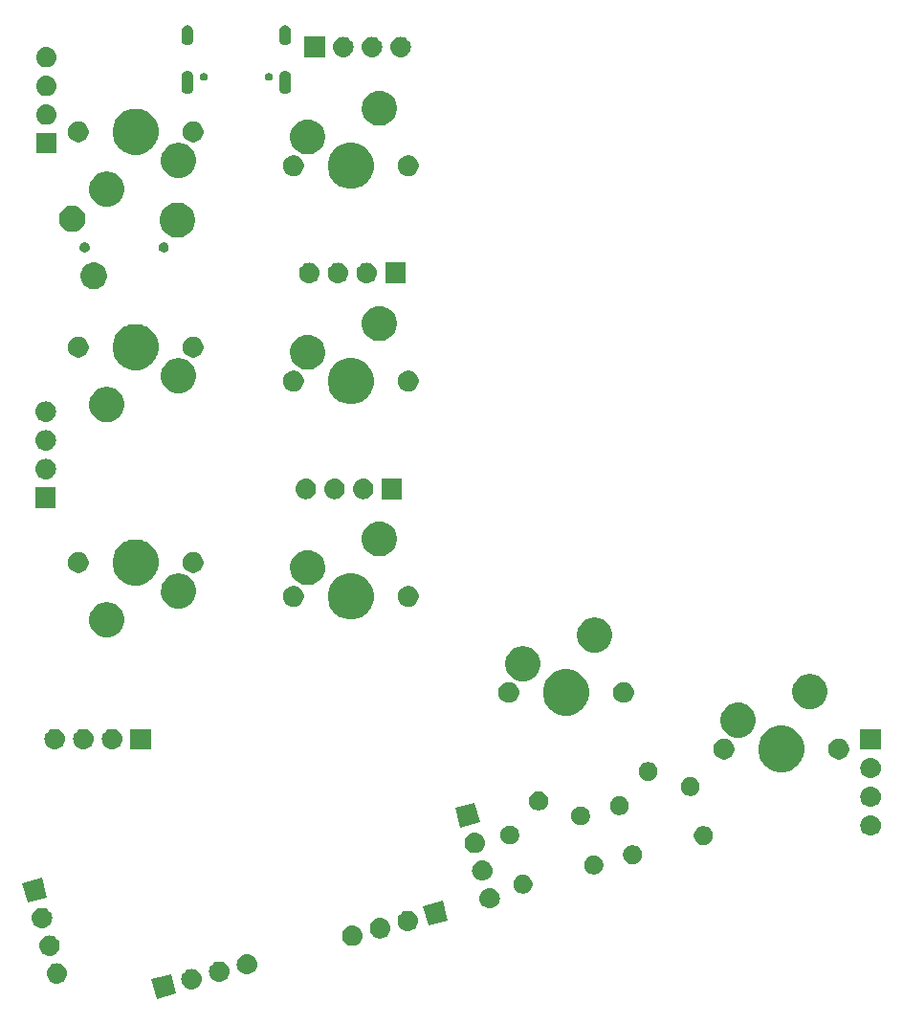
<source format=gbr>
G04 #@! TF.GenerationSoftware,KiCad,Pcbnew,(5.1.4)-1*
G04 #@! TF.CreationDate,2023-07-27T21:12:14-04:00*
G04 #@! TF.ProjectId,ThumbsUp,5468756d-6273-4557-902e-6b696361645f,rev?*
G04 #@! TF.SameCoordinates,Original*
G04 #@! TF.FileFunction,Soldermask,Top*
G04 #@! TF.FilePolarity,Negative*
%FSLAX46Y46*%
G04 Gerber Fmt 4.6, Leading zero omitted, Abs format (unit mm)*
G04 Created by KiCad (PCBNEW (5.1.4)-1) date 2023-07-27 21:12:14*
%MOMM*%
%LPD*%
G04 APERTURE LIST*
%ADD10C,0.100000*%
G04 APERTURE END LIST*
D10*
G36*
X166955165Y-473619626D02*
G01*
X165214567Y-474086018D01*
X164748175Y-472345420D01*
X166488773Y-471879028D01*
X166955165Y-473619626D01*
X166955165Y-473619626D01*
G37*
G36*
X168415564Y-471430641D02*
G01*
X168481749Y-471437160D01*
X168651588Y-471488680D01*
X168808113Y-471572345D01*
X168843851Y-471601675D01*
X168945308Y-471684937D01*
X169028570Y-471786394D01*
X169057900Y-471822132D01*
X169141565Y-471978657D01*
X169193085Y-472148496D01*
X169210481Y-472325123D01*
X169193085Y-472501750D01*
X169141565Y-472671589D01*
X169057900Y-472828114D01*
X169028570Y-472863852D01*
X168945308Y-472965309D01*
X168843851Y-473048571D01*
X168808113Y-473077901D01*
X168651588Y-473161566D01*
X168481749Y-473213086D01*
X168415565Y-473219604D01*
X168349382Y-473226123D01*
X168260862Y-473226123D01*
X168194679Y-473219604D01*
X168128495Y-473213086D01*
X167958656Y-473161566D01*
X167802131Y-473077901D01*
X167766393Y-473048571D01*
X167664936Y-472965309D01*
X167581674Y-472863852D01*
X167552344Y-472828114D01*
X167468679Y-472671589D01*
X167417159Y-472501750D01*
X167399763Y-472325123D01*
X167417159Y-472148496D01*
X167468679Y-471978657D01*
X167552344Y-471822132D01*
X167581674Y-471786394D01*
X167664936Y-471684937D01*
X167766393Y-471601675D01*
X167802131Y-471572345D01*
X167958656Y-471488680D01*
X168128495Y-471437160D01*
X168194680Y-471430641D01*
X168260862Y-471424123D01*
X168349382Y-471424123D01*
X168415564Y-471430641D01*
X168415564Y-471430641D01*
G37*
G36*
X156501573Y-470920497D02*
G01*
X156567757Y-470927015D01*
X156737596Y-470978535D01*
X156894121Y-471062200D01*
X156929859Y-471091530D01*
X157031316Y-471174792D01*
X157114578Y-471276249D01*
X157143908Y-471311987D01*
X157227573Y-471468512D01*
X157279093Y-471638351D01*
X157296489Y-471814978D01*
X157279093Y-471991605D01*
X157227573Y-472161444D01*
X157143908Y-472317969D01*
X157121379Y-472345420D01*
X157031316Y-472455164D01*
X156929859Y-472538426D01*
X156894121Y-472567756D01*
X156737596Y-472651421D01*
X156567757Y-472702941D01*
X156501572Y-472709460D01*
X156435390Y-472715978D01*
X156346870Y-472715978D01*
X156280688Y-472709460D01*
X156214503Y-472702941D01*
X156044664Y-472651421D01*
X155888139Y-472567756D01*
X155852401Y-472538426D01*
X155750944Y-472455164D01*
X155660881Y-472345420D01*
X155638352Y-472317969D01*
X155554687Y-472161444D01*
X155503167Y-471991605D01*
X155485771Y-471814978D01*
X155503167Y-471638351D01*
X155554687Y-471468512D01*
X155638352Y-471311987D01*
X155667682Y-471276249D01*
X155750944Y-471174792D01*
X155852401Y-471091530D01*
X155888139Y-471062200D01*
X156044664Y-470978535D01*
X156214503Y-470927015D01*
X156280687Y-470920497D01*
X156346870Y-470913978D01*
X156435390Y-470913978D01*
X156501573Y-470920497D01*
X156501573Y-470920497D01*
G37*
G36*
X170869016Y-470773241D02*
G01*
X170935200Y-470779759D01*
X171105039Y-470831279D01*
X171261564Y-470914944D01*
X171276272Y-470927015D01*
X171398759Y-471027536D01*
X171482021Y-471128993D01*
X171511351Y-471164731D01*
X171595016Y-471321256D01*
X171646536Y-471491095D01*
X171663932Y-471667722D01*
X171646536Y-471844349D01*
X171595016Y-472014188D01*
X171511351Y-472170713D01*
X171482021Y-472206451D01*
X171398759Y-472307908D01*
X171297302Y-472391170D01*
X171261564Y-472420500D01*
X171105039Y-472504165D01*
X170935200Y-472555685D01*
X170869016Y-472562203D01*
X170802833Y-472568722D01*
X170714313Y-472568722D01*
X170648130Y-472562203D01*
X170581946Y-472555685D01*
X170412107Y-472504165D01*
X170255582Y-472420500D01*
X170219844Y-472391170D01*
X170118387Y-472307908D01*
X170035125Y-472206451D01*
X170005795Y-472170713D01*
X169922130Y-472014188D01*
X169870610Y-471844349D01*
X169853214Y-471667722D01*
X169870610Y-471491095D01*
X169922130Y-471321256D01*
X170005795Y-471164731D01*
X170035125Y-471128993D01*
X170118387Y-471027536D01*
X170240874Y-470927015D01*
X170255582Y-470914944D01*
X170412107Y-470831279D01*
X170581946Y-470779759D01*
X170648130Y-470773241D01*
X170714313Y-470766722D01*
X170802833Y-470766722D01*
X170869016Y-470773241D01*
X170869016Y-470773241D01*
G37*
G36*
X173322468Y-470115841D02*
G01*
X173388652Y-470122359D01*
X173558491Y-470173879D01*
X173715016Y-470257544D01*
X173750754Y-470286874D01*
X173852211Y-470370136D01*
X173935473Y-470471593D01*
X173964803Y-470507331D01*
X174048468Y-470663856D01*
X174099988Y-470833695D01*
X174117384Y-471010322D01*
X174099988Y-471186949D01*
X174048468Y-471356788D01*
X173964803Y-471513313D01*
X173935473Y-471549051D01*
X173852211Y-471650508D01*
X173750754Y-471733770D01*
X173715016Y-471763100D01*
X173558491Y-471846765D01*
X173388652Y-471898285D01*
X173322468Y-471904803D01*
X173256285Y-471911322D01*
X173167765Y-471911322D01*
X173101582Y-471904803D01*
X173035398Y-471898285D01*
X172865559Y-471846765D01*
X172709034Y-471763100D01*
X172673296Y-471733770D01*
X172571839Y-471650508D01*
X172488577Y-471549051D01*
X172459247Y-471513313D01*
X172375582Y-471356788D01*
X172324062Y-471186949D01*
X172306666Y-471010322D01*
X172324062Y-470833695D01*
X172375582Y-470663856D01*
X172459247Y-470507331D01*
X172488577Y-470471593D01*
X172571839Y-470370136D01*
X172673296Y-470286874D01*
X172709034Y-470257544D01*
X172865559Y-470173879D01*
X173035398Y-470122359D01*
X173101582Y-470115841D01*
X173167765Y-470109322D01*
X173256285Y-470109322D01*
X173322468Y-470115841D01*
X173322468Y-470115841D01*
G37*
G36*
X155826562Y-468465310D02*
G01*
X155910357Y-468473563D01*
X156080196Y-468525083D01*
X156236721Y-468608748D01*
X156272459Y-468638078D01*
X156373916Y-468721340D01*
X156457178Y-468822797D01*
X156486508Y-468858535D01*
X156570173Y-469015060D01*
X156621693Y-469184899D01*
X156639089Y-469361526D01*
X156621693Y-469538153D01*
X156570173Y-469707992D01*
X156486508Y-469864517D01*
X156457178Y-469900255D01*
X156373916Y-470001712D01*
X156272459Y-470084974D01*
X156236721Y-470114304D01*
X156080196Y-470197969D01*
X155910357Y-470249489D01*
X155844173Y-470256007D01*
X155777990Y-470262526D01*
X155689470Y-470262526D01*
X155623287Y-470256007D01*
X155557103Y-470249489D01*
X155387264Y-470197969D01*
X155230739Y-470114304D01*
X155195001Y-470084974D01*
X155093544Y-470001712D01*
X155010282Y-469900255D01*
X154980952Y-469864517D01*
X154897287Y-469707992D01*
X154845767Y-469538153D01*
X154828371Y-469361526D01*
X154845767Y-469184899D01*
X154897287Y-469015060D01*
X154980952Y-468858535D01*
X155010282Y-468822797D01*
X155093544Y-468721340D01*
X155195001Y-468638078D01*
X155230739Y-468608748D01*
X155387264Y-468525083D01*
X155557103Y-468473563D01*
X155640898Y-468465310D01*
X155689470Y-468460526D01*
X155777990Y-468460526D01*
X155826562Y-468465310D01*
X155826562Y-468465310D01*
G37*
G36*
X182662112Y-467588043D02*
G01*
X182728296Y-467594561D01*
X182898135Y-467646081D01*
X183054660Y-467729746D01*
X183090398Y-467759076D01*
X183191855Y-467842338D01*
X183275117Y-467943795D01*
X183304447Y-467979533D01*
X183388112Y-468136058D01*
X183439632Y-468305897D01*
X183457028Y-468482524D01*
X183439632Y-468659151D01*
X183388112Y-468828990D01*
X183304447Y-468985515D01*
X183280200Y-469015060D01*
X183191855Y-469122710D01*
X183090398Y-469205972D01*
X183054660Y-469235302D01*
X182898135Y-469318967D01*
X182728296Y-469370487D01*
X182662112Y-469377005D01*
X182595929Y-469383524D01*
X182507409Y-469383524D01*
X182441226Y-469377005D01*
X182375042Y-469370487D01*
X182205203Y-469318967D01*
X182048678Y-469235302D01*
X182012940Y-469205972D01*
X181911483Y-469122710D01*
X181823138Y-469015060D01*
X181798891Y-468985515D01*
X181715226Y-468828990D01*
X181663706Y-468659151D01*
X181646310Y-468482524D01*
X181663706Y-468305897D01*
X181715226Y-468136058D01*
X181798891Y-467979533D01*
X181828221Y-467943795D01*
X181911483Y-467842338D01*
X182012940Y-467759076D01*
X182048678Y-467729746D01*
X182205203Y-467646081D01*
X182375042Y-467594561D01*
X182441226Y-467588043D01*
X182507409Y-467581524D01*
X182595929Y-467581524D01*
X182662112Y-467588043D01*
X182662112Y-467588043D01*
G37*
G36*
X185115564Y-466930643D02*
G01*
X185181748Y-466937161D01*
X185351587Y-466988681D01*
X185508112Y-467072346D01*
X185543850Y-467101676D01*
X185645307Y-467184938D01*
X185728569Y-467286395D01*
X185757899Y-467322133D01*
X185841564Y-467478658D01*
X185893084Y-467648497D01*
X185910480Y-467825124D01*
X185893084Y-468001751D01*
X185841564Y-468171590D01*
X185757899Y-468328115D01*
X185728569Y-468363853D01*
X185645307Y-468465310D01*
X185543850Y-468548572D01*
X185508112Y-468577902D01*
X185351587Y-468661567D01*
X185181748Y-468713087D01*
X185115564Y-468719605D01*
X185049381Y-468726124D01*
X184960861Y-468726124D01*
X184894678Y-468719605D01*
X184828494Y-468713087D01*
X184658655Y-468661567D01*
X184502130Y-468577902D01*
X184466392Y-468548572D01*
X184364935Y-468465310D01*
X184281673Y-468363853D01*
X184252343Y-468328115D01*
X184168678Y-468171590D01*
X184117158Y-468001751D01*
X184099762Y-467825124D01*
X184117158Y-467648497D01*
X184168678Y-467478658D01*
X184252343Y-467322133D01*
X184281673Y-467286395D01*
X184364935Y-467184938D01*
X184466392Y-467101676D01*
X184502130Y-467072346D01*
X184658655Y-466988681D01*
X184828494Y-466937161D01*
X184894678Y-466930643D01*
X184960861Y-466924124D01*
X185049381Y-466924124D01*
X185115564Y-466930643D01*
X185115564Y-466930643D01*
G37*
G36*
X187569014Y-466273241D02*
G01*
X187635199Y-466279760D01*
X187805038Y-466331280D01*
X187961563Y-466414945D01*
X187997301Y-466444275D01*
X188098758Y-466527537D01*
X188182020Y-466628994D01*
X188211350Y-466664732D01*
X188295015Y-466821257D01*
X188346535Y-466991096D01*
X188363931Y-467167723D01*
X188346535Y-467344350D01*
X188295015Y-467514189D01*
X188211350Y-467670714D01*
X188182020Y-467706452D01*
X188098758Y-467807909D01*
X187997301Y-467891171D01*
X187961563Y-467920501D01*
X187805038Y-468004166D01*
X187635199Y-468055686D01*
X187569014Y-468062205D01*
X187502832Y-468068723D01*
X187414312Y-468068723D01*
X187348130Y-468062205D01*
X187281945Y-468055686D01*
X187112106Y-468004166D01*
X186955581Y-467920501D01*
X186919843Y-467891171D01*
X186818386Y-467807909D01*
X186735124Y-467706452D01*
X186705794Y-467670714D01*
X186622129Y-467514189D01*
X186570609Y-467344350D01*
X186553213Y-467167723D01*
X186570609Y-466991096D01*
X186622129Y-466821257D01*
X186705794Y-466664732D01*
X186735124Y-466628994D01*
X186818386Y-466527537D01*
X186919843Y-466444275D01*
X186955581Y-466414945D01*
X187112106Y-466331280D01*
X187281945Y-466279760D01*
X187348130Y-466273241D01*
X187414312Y-466266723D01*
X187502832Y-466266723D01*
X187569014Y-466273241D01*
X187569014Y-466273241D01*
G37*
G36*
X155186772Y-466013594D02*
G01*
X155252956Y-466020112D01*
X155422795Y-466071632D01*
X155579320Y-466155297D01*
X155615058Y-466184627D01*
X155716515Y-466267889D01*
X155799777Y-466369346D01*
X155829107Y-466405084D01*
X155912772Y-466561609D01*
X155964292Y-466731448D01*
X155981688Y-466908075D01*
X155964292Y-467084702D01*
X155912772Y-467254541D01*
X155829107Y-467411066D01*
X155799777Y-467446804D01*
X155716515Y-467548261D01*
X155636632Y-467613818D01*
X155579320Y-467660853D01*
X155422795Y-467744518D01*
X155252956Y-467796038D01*
X155186772Y-467802556D01*
X155120589Y-467809075D01*
X155032069Y-467809075D01*
X154965886Y-467802556D01*
X154899702Y-467796038D01*
X154729863Y-467744518D01*
X154573338Y-467660853D01*
X154516026Y-467613818D01*
X154436143Y-467548261D01*
X154352881Y-467446804D01*
X154323551Y-467411066D01*
X154239886Y-467254541D01*
X154188366Y-467084702D01*
X154170970Y-466908075D01*
X154188366Y-466731448D01*
X154239886Y-466561609D01*
X154323551Y-466405084D01*
X154352881Y-466369346D01*
X154436143Y-466267889D01*
X154537600Y-466184627D01*
X154573338Y-466155297D01*
X154729863Y-466071632D01*
X154899702Y-466020112D01*
X154965886Y-466013594D01*
X155032069Y-466007075D01*
X155120589Y-466007075D01*
X155186772Y-466013594D01*
X155186772Y-466013594D01*
G37*
G36*
X191015519Y-467147426D02*
G01*
X189274921Y-467613818D01*
X188808529Y-465873220D01*
X190549127Y-465406828D01*
X191015519Y-467147426D01*
X191015519Y-467147426D01*
G37*
G36*
X194809069Y-464273777D02*
G01*
X194875253Y-464280295D01*
X195045092Y-464331815D01*
X195201617Y-464415480D01*
X195237355Y-464444810D01*
X195338812Y-464528072D01*
X195422074Y-464629529D01*
X195451404Y-464665267D01*
X195535069Y-464821792D01*
X195586589Y-464991631D01*
X195603985Y-465168258D01*
X195586589Y-465344885D01*
X195535069Y-465514724D01*
X195451404Y-465671249D01*
X195422074Y-465706987D01*
X195338812Y-465808444D01*
X195259881Y-465873220D01*
X195201617Y-465921036D01*
X195045092Y-466004701D01*
X194875253Y-466056221D01*
X194809068Y-466062740D01*
X194742886Y-466069258D01*
X194654366Y-466069258D01*
X194588184Y-466062740D01*
X194521999Y-466056221D01*
X194352160Y-466004701D01*
X194195635Y-465921036D01*
X194137371Y-465873220D01*
X194058440Y-465808444D01*
X193975178Y-465706987D01*
X193945848Y-465671249D01*
X193862183Y-465514724D01*
X193810663Y-465344885D01*
X193793267Y-465168258D01*
X193810663Y-464991631D01*
X193862183Y-464821792D01*
X193945848Y-464665267D01*
X193975178Y-464629529D01*
X194058440Y-464528072D01*
X194159897Y-464444810D01*
X194195635Y-464415480D01*
X194352160Y-464331815D01*
X194521999Y-464280295D01*
X194588183Y-464273777D01*
X194654366Y-464267258D01*
X194742886Y-464267258D01*
X194809069Y-464273777D01*
X194809069Y-464273777D01*
G37*
G36*
X155522424Y-465091726D02*
G01*
X153781826Y-465558118D01*
X153315434Y-463817520D01*
X155056032Y-463351128D01*
X155522424Y-465091726D01*
X155522424Y-465091726D01*
G37*
G36*
X197892930Y-463112676D02*
G01*
X198045527Y-463175883D01*
X198182861Y-463267647D01*
X198299655Y-463384441D01*
X198391419Y-463521775D01*
X198454626Y-463674372D01*
X198486849Y-463836367D01*
X198486849Y-464001539D01*
X198454626Y-464163534D01*
X198391419Y-464316131D01*
X198299655Y-464453465D01*
X198182861Y-464570259D01*
X198045527Y-464662023D01*
X197892930Y-464725230D01*
X197730935Y-464757453D01*
X197565763Y-464757453D01*
X197403768Y-464725230D01*
X197251171Y-464662023D01*
X197113837Y-464570259D01*
X196997043Y-464453465D01*
X196905279Y-464316131D01*
X196842072Y-464163534D01*
X196809849Y-464001539D01*
X196809849Y-463836367D01*
X196842072Y-463674372D01*
X196905279Y-463521775D01*
X196997043Y-463384441D01*
X197113837Y-463267647D01*
X197251171Y-463175883D01*
X197403768Y-463112676D01*
X197565763Y-463080453D01*
X197730935Y-463080453D01*
X197892930Y-463112676D01*
X197892930Y-463112676D01*
G37*
G36*
X194151668Y-461820324D02*
G01*
X194217853Y-461826843D01*
X194387692Y-461878363D01*
X194544217Y-461962028D01*
X194579955Y-461991358D01*
X194681412Y-462074620D01*
X194737601Y-462143088D01*
X194794004Y-462211815D01*
X194877669Y-462368340D01*
X194929189Y-462538179D01*
X194946585Y-462714806D01*
X194929189Y-462891433D01*
X194886563Y-463031951D01*
X194877668Y-463061274D01*
X194850193Y-463112676D01*
X194794004Y-463217797D01*
X194764674Y-463253535D01*
X194681412Y-463354992D01*
X194579955Y-463438254D01*
X194544217Y-463467584D01*
X194387692Y-463551249D01*
X194217853Y-463602769D01*
X194151669Y-463609287D01*
X194085486Y-463615806D01*
X193996966Y-463615806D01*
X193930783Y-463609287D01*
X193864599Y-463602769D01*
X193694760Y-463551249D01*
X193538235Y-463467584D01*
X193502497Y-463438254D01*
X193401040Y-463354992D01*
X193317778Y-463253535D01*
X193288448Y-463217797D01*
X193232259Y-463112676D01*
X193204784Y-463061274D01*
X193195889Y-463031951D01*
X193153263Y-462891433D01*
X193135867Y-462714806D01*
X193153263Y-462538179D01*
X193204783Y-462368340D01*
X193288448Y-462211815D01*
X193344851Y-462143088D01*
X193401040Y-462074620D01*
X193502497Y-461991358D01*
X193538235Y-461962028D01*
X193694760Y-461878363D01*
X193864599Y-461826843D01*
X193930784Y-461820324D01*
X193996966Y-461813806D01*
X194085486Y-461813806D01*
X194151668Y-461820324D01*
X194151668Y-461820324D01*
G37*
G36*
X204168502Y-461419397D02*
G01*
X204321099Y-461482604D01*
X204458433Y-461574368D01*
X204575227Y-461691162D01*
X204666991Y-461828496D01*
X204730198Y-461981093D01*
X204762421Y-462143088D01*
X204762421Y-462308260D01*
X204730198Y-462470255D01*
X204666991Y-462622852D01*
X204575227Y-462760186D01*
X204458433Y-462876980D01*
X204321099Y-462968744D01*
X204168502Y-463031951D01*
X204006507Y-463064174D01*
X203841335Y-463064174D01*
X203679340Y-463031951D01*
X203526743Y-462968744D01*
X203389409Y-462876980D01*
X203272615Y-462760186D01*
X203180851Y-462622852D01*
X203117644Y-462470255D01*
X203085421Y-462308260D01*
X203085421Y-462143088D01*
X203117644Y-461981093D01*
X203180851Y-461828496D01*
X203272615Y-461691162D01*
X203389409Y-461574368D01*
X203526743Y-461482604D01*
X203679340Y-461419397D01*
X203841335Y-461387174D01*
X204006507Y-461387174D01*
X204168502Y-461419397D01*
X204168502Y-461419397D01*
G37*
G36*
X207592930Y-460512676D02*
G01*
X207745527Y-460575883D01*
X207882861Y-460667647D01*
X207999655Y-460784441D01*
X208091419Y-460921775D01*
X208154626Y-461074372D01*
X208186849Y-461236367D01*
X208186849Y-461401539D01*
X208154626Y-461563534D01*
X208091419Y-461716131D01*
X207999655Y-461853465D01*
X207882861Y-461970259D01*
X207745527Y-462062023D01*
X207592930Y-462125230D01*
X207430935Y-462157453D01*
X207265763Y-462157453D01*
X207103768Y-462125230D01*
X206951171Y-462062023D01*
X206813837Y-461970259D01*
X206697043Y-461853465D01*
X206605279Y-461716131D01*
X206542072Y-461563534D01*
X206509849Y-461401539D01*
X206509849Y-461236367D01*
X206542072Y-461074372D01*
X206605279Y-460921775D01*
X206697043Y-460784441D01*
X206813837Y-460667647D01*
X206951171Y-460575883D01*
X207103768Y-460512676D01*
X207265763Y-460480453D01*
X207430935Y-460480453D01*
X207592930Y-460512676D01*
X207592930Y-460512676D01*
G37*
G36*
X193494267Y-459366873D02*
G01*
X193560452Y-459373392D01*
X193730291Y-459424912D01*
X193886816Y-459508577D01*
X193922554Y-459537907D01*
X194024011Y-459621169D01*
X194107273Y-459722626D01*
X194136603Y-459758364D01*
X194220268Y-459914889D01*
X194271788Y-460084728D01*
X194289184Y-460261355D01*
X194271788Y-460437982D01*
X194220268Y-460607821D01*
X194136603Y-460764346D01*
X194120112Y-460784440D01*
X194024011Y-460901541D01*
X193922554Y-460984803D01*
X193886816Y-461014133D01*
X193730291Y-461097798D01*
X193560452Y-461149318D01*
X193494268Y-461155836D01*
X193428085Y-461162355D01*
X193339565Y-461162355D01*
X193273382Y-461155836D01*
X193207198Y-461149318D01*
X193037359Y-461097798D01*
X192880834Y-461014133D01*
X192845096Y-460984803D01*
X192743639Y-460901541D01*
X192647538Y-460784440D01*
X192631047Y-460764346D01*
X192547382Y-460607821D01*
X192495862Y-460437982D01*
X192478466Y-460261355D01*
X192495862Y-460084728D01*
X192547382Y-459914889D01*
X192631047Y-459758364D01*
X192660377Y-459722626D01*
X192743639Y-459621169D01*
X192845096Y-459537907D01*
X192880834Y-459508577D01*
X193037359Y-459424912D01*
X193207198Y-459373392D01*
X193273383Y-459366873D01*
X193339565Y-459360355D01*
X193428085Y-459360355D01*
X193494267Y-459366873D01*
X193494267Y-459366873D01*
G37*
G36*
X213868502Y-458819397D02*
G01*
X214021099Y-458882604D01*
X214158433Y-458974368D01*
X214275227Y-459091162D01*
X214366991Y-459228496D01*
X214430198Y-459381093D01*
X214462421Y-459543088D01*
X214462421Y-459708260D01*
X214430198Y-459870255D01*
X214366991Y-460022852D01*
X214275227Y-460160186D01*
X214158433Y-460276980D01*
X214021099Y-460368744D01*
X213868502Y-460431951D01*
X213706507Y-460464174D01*
X213541335Y-460464174D01*
X213379340Y-460431951D01*
X213226743Y-460368744D01*
X213089409Y-460276980D01*
X212972615Y-460160186D01*
X212880851Y-460022852D01*
X212817644Y-459870255D01*
X212785421Y-459708260D01*
X212785421Y-459543088D01*
X212817644Y-459381093D01*
X212880851Y-459228496D01*
X212972615Y-459091162D01*
X213089409Y-458974368D01*
X213226743Y-458882604D01*
X213379340Y-458819397D01*
X213541335Y-458787174D01*
X213706507Y-458787174D01*
X213868502Y-458819397D01*
X213868502Y-458819397D01*
G37*
G36*
X196720660Y-458768049D02*
G01*
X196873257Y-458831256D01*
X197010591Y-458923020D01*
X197127385Y-459039814D01*
X197219149Y-459177148D01*
X197282356Y-459329745D01*
X197314579Y-459491740D01*
X197314579Y-459656912D01*
X197282356Y-459818907D01*
X197219149Y-459971504D01*
X197127385Y-460108838D01*
X197010591Y-460225632D01*
X196873257Y-460317396D01*
X196720660Y-460380603D01*
X196558665Y-460412826D01*
X196393493Y-460412826D01*
X196231498Y-460380603D01*
X196078901Y-460317396D01*
X195941567Y-460225632D01*
X195824773Y-460108838D01*
X195733009Y-459971504D01*
X195669802Y-459818907D01*
X195637579Y-459656912D01*
X195637579Y-459491740D01*
X195669802Y-459329745D01*
X195733009Y-459177148D01*
X195824773Y-459039814D01*
X195941567Y-458923020D01*
X196078901Y-458831256D01*
X196231498Y-458768049D01*
X196393493Y-458735826D01*
X196558665Y-458735826D01*
X196720660Y-458768049D01*
X196720660Y-458768049D01*
G37*
G36*
X228522467Y-457835840D02*
G01*
X228588652Y-457842359D01*
X228758491Y-457893879D01*
X228915016Y-457977544D01*
X228950754Y-458006874D01*
X229052211Y-458090136D01*
X229135473Y-458191593D01*
X229164803Y-458227331D01*
X229248468Y-458383856D01*
X229299988Y-458553695D01*
X229317384Y-458730322D01*
X229299988Y-458906949D01*
X229248468Y-459076788D01*
X229164803Y-459233313D01*
X229135473Y-459269051D01*
X229052211Y-459370508D01*
X228985917Y-459424913D01*
X228915016Y-459483100D01*
X228758491Y-459566765D01*
X228588652Y-459618285D01*
X228522467Y-459624804D01*
X228456285Y-459631322D01*
X228367765Y-459631322D01*
X228301583Y-459624804D01*
X228235398Y-459618285D01*
X228065559Y-459566765D01*
X227909034Y-459483100D01*
X227838133Y-459424913D01*
X227771839Y-459370508D01*
X227688577Y-459269051D01*
X227659247Y-459233313D01*
X227575582Y-459076788D01*
X227524062Y-458906949D01*
X227506666Y-458730322D01*
X227524062Y-458553695D01*
X227575582Y-458383856D01*
X227659247Y-458227331D01*
X227688577Y-458191593D01*
X227771839Y-458090136D01*
X227873296Y-458006874D01*
X227909034Y-457977544D01*
X228065559Y-457893879D01*
X228235398Y-457842359D01*
X228301583Y-457835840D01*
X228367765Y-457829322D01*
X228456285Y-457829322D01*
X228522467Y-457835840D01*
X228522467Y-457835840D01*
G37*
G36*
X193829920Y-458445006D02*
G01*
X192089322Y-458911398D01*
X191622930Y-457170800D01*
X193363528Y-456704408D01*
X193829920Y-458445006D01*
X193829920Y-458445006D01*
G37*
G36*
X202996232Y-457074770D02*
G01*
X203148829Y-457137977D01*
X203286163Y-457229741D01*
X203402957Y-457346535D01*
X203494721Y-457483869D01*
X203557928Y-457636466D01*
X203590151Y-457798461D01*
X203590151Y-457963633D01*
X203557928Y-458125628D01*
X203494721Y-458278225D01*
X203402957Y-458415559D01*
X203286163Y-458532353D01*
X203148829Y-458624117D01*
X202996232Y-458687324D01*
X202834237Y-458719547D01*
X202669065Y-458719547D01*
X202507070Y-458687324D01*
X202354473Y-458624117D01*
X202217139Y-458532353D01*
X202100345Y-458415559D01*
X202008581Y-458278225D01*
X201945374Y-458125628D01*
X201913151Y-457963633D01*
X201913151Y-457798461D01*
X201945374Y-457636466D01*
X202008581Y-457483869D01*
X202100345Y-457346535D01*
X202217139Y-457229741D01*
X202354473Y-457137977D01*
X202507070Y-457074770D01*
X202669065Y-457042547D01*
X202834237Y-457042547D01*
X202996232Y-457074770D01*
X202996232Y-457074770D01*
G37*
G36*
X206420660Y-456168049D02*
G01*
X206573257Y-456231256D01*
X206710591Y-456323020D01*
X206827385Y-456439814D01*
X206919149Y-456577148D01*
X206982356Y-456729745D01*
X207014579Y-456891740D01*
X207014579Y-457056912D01*
X206982356Y-457218907D01*
X206919149Y-457371504D01*
X206827385Y-457508838D01*
X206710591Y-457625632D01*
X206573257Y-457717396D01*
X206420660Y-457780603D01*
X206258665Y-457812826D01*
X206093493Y-457812826D01*
X205931498Y-457780603D01*
X205778901Y-457717396D01*
X205641567Y-457625632D01*
X205524773Y-457508838D01*
X205433009Y-457371504D01*
X205369802Y-457218907D01*
X205337579Y-457056912D01*
X205337579Y-456891740D01*
X205369802Y-456729745D01*
X205433009Y-456577148D01*
X205524773Y-456439814D01*
X205641567Y-456323020D01*
X205778901Y-456231256D01*
X205931498Y-456168049D01*
X206093493Y-456135826D01*
X206258665Y-456135826D01*
X206420660Y-456168049D01*
X206420660Y-456168049D01*
G37*
G36*
X199272311Y-455749096D02*
G01*
X199424908Y-455812303D01*
X199562242Y-455904067D01*
X199679036Y-456020861D01*
X199770800Y-456158195D01*
X199834007Y-456310792D01*
X199866230Y-456472787D01*
X199866230Y-456637959D01*
X199834007Y-456799954D01*
X199770800Y-456952551D01*
X199679036Y-457089885D01*
X199562242Y-457206679D01*
X199424908Y-457298443D01*
X199272311Y-457361650D01*
X199110316Y-457393873D01*
X198945144Y-457393873D01*
X198783149Y-457361650D01*
X198630552Y-457298443D01*
X198493218Y-457206679D01*
X198376424Y-457089885D01*
X198284660Y-456952551D01*
X198221453Y-456799954D01*
X198189230Y-456637959D01*
X198189230Y-456472787D01*
X198221453Y-456310792D01*
X198284660Y-456158195D01*
X198376424Y-456020861D01*
X198493218Y-455904067D01*
X198630552Y-455812303D01*
X198783149Y-455749096D01*
X198945144Y-455716873D01*
X199110316Y-455716873D01*
X199272311Y-455749096D01*
X199272311Y-455749096D01*
G37*
G36*
X228522467Y-455295840D02*
G01*
X228588652Y-455302359D01*
X228758491Y-455353879D01*
X228758493Y-455353880D01*
X228776739Y-455363633D01*
X228915016Y-455437544D01*
X228950754Y-455466874D01*
X229052211Y-455550136D01*
X229135473Y-455651593D01*
X229164803Y-455687331D01*
X229248468Y-455843856D01*
X229299988Y-456013695D01*
X229317384Y-456190322D01*
X229299988Y-456366949D01*
X229267882Y-456472787D01*
X229248467Y-456536790D01*
X229226895Y-456577148D01*
X229164803Y-456693313D01*
X229135473Y-456729051D01*
X229052211Y-456830508D01*
X228977598Y-456891740D01*
X228915016Y-456943100D01*
X228758491Y-457026765D01*
X228588652Y-457078285D01*
X228522468Y-457084803D01*
X228456285Y-457091322D01*
X228367765Y-457091322D01*
X228301582Y-457084803D01*
X228235398Y-457078285D01*
X228065559Y-457026765D01*
X227909034Y-456943100D01*
X227846452Y-456891740D01*
X227771839Y-456830508D01*
X227688577Y-456729051D01*
X227659247Y-456693313D01*
X227597155Y-456577148D01*
X227575583Y-456536790D01*
X227556168Y-456472787D01*
X227524062Y-456366949D01*
X227506666Y-456190322D01*
X227524062Y-456013695D01*
X227575582Y-455843856D01*
X227659247Y-455687331D01*
X227688577Y-455651593D01*
X227771839Y-455550136D01*
X227873296Y-455466874D01*
X227909034Y-455437544D01*
X228047311Y-455363633D01*
X228065557Y-455353880D01*
X228065559Y-455353879D01*
X228235398Y-455302359D01*
X228301583Y-455295840D01*
X228367765Y-455289322D01*
X228456285Y-455289322D01*
X228522467Y-455295840D01*
X228522467Y-455295840D01*
G37*
G36*
X212696232Y-454474770D02*
G01*
X212848829Y-454537977D01*
X212986163Y-454629741D01*
X213102957Y-454746535D01*
X213194721Y-454883869D01*
X213257928Y-455036466D01*
X213290151Y-455198461D01*
X213290151Y-455363633D01*
X213257928Y-455525628D01*
X213194721Y-455678225D01*
X213102957Y-455815559D01*
X212986163Y-455932353D01*
X212848829Y-456024117D01*
X212696232Y-456087324D01*
X212534237Y-456119547D01*
X212369065Y-456119547D01*
X212207070Y-456087324D01*
X212054473Y-456024117D01*
X211917139Y-455932353D01*
X211800345Y-455815559D01*
X211708581Y-455678225D01*
X211645374Y-455525628D01*
X211613151Y-455363633D01*
X211613151Y-455198461D01*
X211645374Y-455036466D01*
X211708581Y-454883869D01*
X211800345Y-454746535D01*
X211917139Y-454629741D01*
X212054473Y-454537977D01*
X212207070Y-454474770D01*
X212369065Y-454442547D01*
X212534237Y-454442547D01*
X212696232Y-454474770D01*
X212696232Y-454474770D01*
G37*
G36*
X208972311Y-453149096D02*
G01*
X209124908Y-453212303D01*
X209262242Y-453304067D01*
X209379036Y-453420861D01*
X209470800Y-453558195D01*
X209534007Y-453710792D01*
X209566230Y-453872787D01*
X209566230Y-454037959D01*
X209534007Y-454199954D01*
X209470800Y-454352551D01*
X209379036Y-454489885D01*
X209262242Y-454606679D01*
X209124908Y-454698443D01*
X208972311Y-454761650D01*
X208810316Y-454793873D01*
X208645144Y-454793873D01*
X208483149Y-454761650D01*
X208330552Y-454698443D01*
X208193218Y-454606679D01*
X208076424Y-454489885D01*
X207984660Y-454352551D01*
X207921453Y-454199954D01*
X207889230Y-454037959D01*
X207889230Y-453872787D01*
X207921453Y-453710792D01*
X207984660Y-453558195D01*
X208076424Y-453420861D01*
X208193218Y-453304067D01*
X208330552Y-453212303D01*
X208483149Y-453149096D01*
X208645144Y-453116873D01*
X208810316Y-453116873D01*
X208972311Y-453149096D01*
X208972311Y-453149096D01*
G37*
G36*
X228522468Y-452755841D02*
G01*
X228588652Y-452762359D01*
X228758491Y-452813879D01*
X228915016Y-452897544D01*
X228950754Y-452926874D01*
X229052211Y-453010136D01*
X229135473Y-453111593D01*
X229164803Y-453147331D01*
X229248468Y-453303856D01*
X229299988Y-453473695D01*
X229317384Y-453650322D01*
X229299988Y-453826949D01*
X229248468Y-453996788D01*
X229248467Y-453996790D01*
X229206636Y-454075050D01*
X229164803Y-454153313D01*
X229135473Y-454189051D01*
X229052211Y-454290508D01*
X228950754Y-454373770D01*
X228915016Y-454403100D01*
X228758491Y-454486765D01*
X228588652Y-454538285D01*
X228522468Y-454544803D01*
X228456285Y-454551322D01*
X228367765Y-454551322D01*
X228301582Y-454544803D01*
X228235398Y-454538285D01*
X228065559Y-454486765D01*
X227909034Y-454403100D01*
X227873296Y-454373770D01*
X227771839Y-454290508D01*
X227688577Y-454189051D01*
X227659247Y-454153313D01*
X227617414Y-454075050D01*
X227575583Y-453996790D01*
X227575582Y-453996788D01*
X227524062Y-453826949D01*
X227506666Y-453650322D01*
X227524062Y-453473695D01*
X227575582Y-453303856D01*
X227659247Y-453147331D01*
X227688577Y-453111593D01*
X227771839Y-453010136D01*
X227873296Y-452926874D01*
X227909034Y-452897544D01*
X228065559Y-452813879D01*
X228235398Y-452762359D01*
X228301582Y-452755841D01*
X228367765Y-452749322D01*
X228456285Y-452749322D01*
X228522468Y-452755841D01*
X228522468Y-452755841D01*
G37*
G36*
X221108499Y-449994006D02*
G01*
X221326499Y-450084305D01*
X221480648Y-450148155D01*
X221815573Y-450371945D01*
X222100402Y-450656774D01*
X222324192Y-450991699D01*
X222356587Y-451069908D01*
X222478341Y-451363848D01*
X222556925Y-451758916D01*
X222556925Y-452161728D01*
X222478341Y-452556796D01*
X222427476Y-452679594D01*
X222324192Y-452928945D01*
X222100402Y-453263870D01*
X221815573Y-453548699D01*
X221480648Y-453772489D01*
X221349174Y-453826947D01*
X221108499Y-453926638D01*
X220713431Y-454005222D01*
X220310619Y-454005222D01*
X219915551Y-453926638D01*
X219674876Y-453826947D01*
X219543402Y-453772489D01*
X219208477Y-453548699D01*
X218923648Y-453263870D01*
X218699858Y-452928945D01*
X218596574Y-452679594D01*
X218545709Y-452556796D01*
X218467125Y-452161728D01*
X218467125Y-451758916D01*
X218545709Y-451363848D01*
X218667463Y-451069908D01*
X218699858Y-450991699D01*
X218923648Y-450656774D01*
X219208477Y-450371945D01*
X219543402Y-450148155D01*
X219697551Y-450084305D01*
X219915551Y-449994006D01*
X220310619Y-449915422D01*
X220713431Y-449915422D01*
X221108499Y-449994006D01*
X221108499Y-449994006D01*
G37*
G36*
X225862129Y-451069907D02*
G01*
X226030651Y-451139711D01*
X226182316Y-451241050D01*
X226311297Y-451370031D01*
X226412636Y-451521696D01*
X226482440Y-451690218D01*
X226518025Y-451869119D01*
X226518025Y-452051525D01*
X226482440Y-452230426D01*
X226412636Y-452398948D01*
X226311297Y-452550613D01*
X226182316Y-452679594D01*
X226030651Y-452780933D01*
X225862129Y-452850737D01*
X225683228Y-452886322D01*
X225500822Y-452886322D01*
X225321921Y-452850737D01*
X225153399Y-452780933D01*
X225001734Y-452679594D01*
X224872753Y-452550613D01*
X224771414Y-452398948D01*
X224701610Y-452230426D01*
X224666025Y-452051525D01*
X224666025Y-451869119D01*
X224701610Y-451690218D01*
X224771414Y-451521696D01*
X224872753Y-451370031D01*
X225001734Y-451241050D01*
X225153399Y-451139711D01*
X225321921Y-451069907D01*
X225500822Y-451034322D01*
X225683228Y-451034322D01*
X225862129Y-451069907D01*
X225862129Y-451069907D01*
G37*
G36*
X215702129Y-451069907D02*
G01*
X215870651Y-451139711D01*
X216022316Y-451241050D01*
X216151297Y-451370031D01*
X216252636Y-451521696D01*
X216322440Y-451690218D01*
X216358025Y-451869119D01*
X216358025Y-452051525D01*
X216322440Y-452230426D01*
X216252636Y-452398948D01*
X216151297Y-452550613D01*
X216022316Y-452679594D01*
X215870651Y-452780933D01*
X215702129Y-452850737D01*
X215523228Y-452886322D01*
X215340822Y-452886322D01*
X215161921Y-452850737D01*
X214993399Y-452780933D01*
X214841734Y-452679594D01*
X214712753Y-452550613D01*
X214611414Y-452398948D01*
X214541610Y-452230426D01*
X214506025Y-452051525D01*
X214506025Y-451869119D01*
X214541610Y-451690218D01*
X214611414Y-451521696D01*
X214712753Y-451370031D01*
X214841734Y-451241050D01*
X214993399Y-451139711D01*
X215161921Y-451069907D01*
X215340822Y-451034322D01*
X215523228Y-451034322D01*
X215702129Y-451069907D01*
X215702129Y-451069907D01*
G37*
G36*
X229313025Y-452011322D02*
G01*
X227511025Y-452011322D01*
X227511025Y-450209322D01*
X229313025Y-450209322D01*
X229313025Y-452011322D01*
X229313025Y-452011322D01*
G37*
G36*
X156306363Y-450190490D02*
G01*
X156372548Y-450197009D01*
X156542387Y-450248529D01*
X156698912Y-450332194D01*
X156734650Y-450361524D01*
X156836107Y-450444786D01*
X156919369Y-450546243D01*
X156948699Y-450581981D01*
X157032364Y-450738506D01*
X157083884Y-450908345D01*
X157101280Y-451084972D01*
X157083884Y-451261599D01*
X157032364Y-451431438D01*
X156948699Y-451587963D01*
X156919369Y-451623701D01*
X156836107Y-451725158D01*
X156734650Y-451808420D01*
X156698912Y-451837750D01*
X156542387Y-451921415D01*
X156372548Y-451972935D01*
X156306364Y-451979453D01*
X156240181Y-451985972D01*
X156151661Y-451985972D01*
X156085478Y-451979453D01*
X156019294Y-451972935D01*
X155849455Y-451921415D01*
X155692930Y-451837750D01*
X155657192Y-451808420D01*
X155555735Y-451725158D01*
X155472473Y-451623701D01*
X155443143Y-451587963D01*
X155359478Y-451431438D01*
X155307958Y-451261599D01*
X155290562Y-451084972D01*
X155307958Y-450908345D01*
X155359478Y-450738506D01*
X155443143Y-450581981D01*
X155472473Y-450546243D01*
X155555735Y-450444786D01*
X155657192Y-450361524D01*
X155692930Y-450332194D01*
X155849455Y-450248529D01*
X156019294Y-450197009D01*
X156085479Y-450190490D01*
X156151661Y-450183972D01*
X156240181Y-450183972D01*
X156306363Y-450190490D01*
X156306363Y-450190490D01*
G37*
G36*
X158846363Y-450190490D02*
G01*
X158912548Y-450197009D01*
X159082387Y-450248529D01*
X159238912Y-450332194D01*
X159274650Y-450361524D01*
X159376107Y-450444786D01*
X159459369Y-450546243D01*
X159488699Y-450581981D01*
X159572364Y-450738506D01*
X159623884Y-450908345D01*
X159641280Y-451084972D01*
X159623884Y-451261599D01*
X159572364Y-451431438D01*
X159488699Y-451587963D01*
X159459369Y-451623701D01*
X159376107Y-451725158D01*
X159274650Y-451808420D01*
X159238912Y-451837750D01*
X159082387Y-451921415D01*
X158912548Y-451972935D01*
X158846364Y-451979453D01*
X158780181Y-451985972D01*
X158691661Y-451985972D01*
X158625478Y-451979453D01*
X158559294Y-451972935D01*
X158389455Y-451921415D01*
X158232930Y-451837750D01*
X158197192Y-451808420D01*
X158095735Y-451725158D01*
X158012473Y-451623701D01*
X157983143Y-451587963D01*
X157899478Y-451431438D01*
X157847958Y-451261599D01*
X157830562Y-451084972D01*
X157847958Y-450908345D01*
X157899478Y-450738506D01*
X157983143Y-450581981D01*
X158012473Y-450546243D01*
X158095735Y-450444786D01*
X158197192Y-450361524D01*
X158232930Y-450332194D01*
X158389455Y-450248529D01*
X158559294Y-450197009D01*
X158625479Y-450190490D01*
X158691661Y-450183972D01*
X158780181Y-450183972D01*
X158846363Y-450190490D01*
X158846363Y-450190490D01*
G37*
G36*
X164716921Y-451985972D02*
G01*
X162914921Y-451985972D01*
X162914921Y-450183972D01*
X164716921Y-450183972D01*
X164716921Y-451985972D01*
X164716921Y-451985972D01*
G37*
G36*
X161386363Y-450190490D02*
G01*
X161452548Y-450197009D01*
X161622387Y-450248529D01*
X161778912Y-450332194D01*
X161814650Y-450361524D01*
X161916107Y-450444786D01*
X161999369Y-450546243D01*
X162028699Y-450581981D01*
X162112364Y-450738506D01*
X162163884Y-450908345D01*
X162181280Y-451084972D01*
X162163884Y-451261599D01*
X162112364Y-451431438D01*
X162028699Y-451587963D01*
X161999369Y-451623701D01*
X161916107Y-451725158D01*
X161814650Y-451808420D01*
X161778912Y-451837750D01*
X161622387Y-451921415D01*
X161452548Y-451972935D01*
X161386364Y-451979453D01*
X161320181Y-451985972D01*
X161231661Y-451985972D01*
X161165478Y-451979453D01*
X161099294Y-451972935D01*
X160929455Y-451921415D01*
X160772930Y-451837750D01*
X160737192Y-451808420D01*
X160635735Y-451725158D01*
X160552473Y-451623701D01*
X160523143Y-451587963D01*
X160439478Y-451431438D01*
X160387958Y-451261599D01*
X160370562Y-451084972D01*
X160387958Y-450908345D01*
X160439478Y-450738506D01*
X160523143Y-450581981D01*
X160552473Y-450546243D01*
X160635735Y-450444786D01*
X160737192Y-450361524D01*
X160772930Y-450332194D01*
X160929455Y-450248529D01*
X161099294Y-450197009D01*
X161165479Y-450190490D01*
X161231661Y-450183972D01*
X161320181Y-450183972D01*
X161386363Y-450190490D01*
X161386363Y-450190490D01*
G37*
G36*
X216940255Y-447886323D02*
G01*
X217154435Y-447928926D01*
X217436699Y-448045843D01*
X217690730Y-448215581D01*
X217906766Y-448431617D01*
X218076504Y-448685648D01*
X218193421Y-448967912D01*
X218253025Y-449267562D01*
X218253025Y-449573082D01*
X218193421Y-449872732D01*
X218076504Y-450154996D01*
X217906766Y-450409027D01*
X217690730Y-450625063D01*
X217436699Y-450794801D01*
X217154435Y-450911718D01*
X217004610Y-450941520D01*
X216854786Y-450971322D01*
X216549264Y-450971322D01*
X216399440Y-450941520D01*
X216249615Y-450911718D01*
X215967351Y-450794801D01*
X215713320Y-450625063D01*
X215497284Y-450409027D01*
X215327546Y-450154996D01*
X215210629Y-449872732D01*
X215151025Y-449573082D01*
X215151025Y-449267562D01*
X215210629Y-448967912D01*
X215327546Y-448685648D01*
X215497284Y-448431617D01*
X215713320Y-448215581D01*
X215967351Y-448045843D01*
X216249615Y-447928926D01*
X216463795Y-447886323D01*
X216549264Y-447869322D01*
X216854786Y-447869322D01*
X216940255Y-447886323D01*
X216940255Y-447886323D01*
G37*
G36*
X202058499Y-444994007D02*
G01*
X202276499Y-445084306D01*
X202430648Y-445148156D01*
X202765573Y-445371946D01*
X203050402Y-445656775D01*
X203274192Y-445991700D01*
X203306587Y-446069909D01*
X203428341Y-446363849D01*
X203506925Y-446758917D01*
X203506925Y-447161729D01*
X203428341Y-447556797D01*
X203377476Y-447679595D01*
X203274192Y-447928946D01*
X203050402Y-448263871D01*
X202765573Y-448548700D01*
X202430648Y-448772490D01*
X202276499Y-448836340D01*
X202058499Y-448926639D01*
X201663431Y-449005223D01*
X201260619Y-449005223D01*
X200865551Y-448926639D01*
X200647551Y-448836340D01*
X200493402Y-448772490D01*
X200158477Y-448548700D01*
X199873648Y-448263871D01*
X199649858Y-447928946D01*
X199546574Y-447679595D01*
X199495709Y-447556797D01*
X199417125Y-447161729D01*
X199417125Y-446758917D01*
X199495709Y-446363849D01*
X199617463Y-446069909D01*
X199649858Y-445991700D01*
X199873648Y-445656775D01*
X200158477Y-445371946D01*
X200493402Y-445148156D01*
X200647551Y-445084306D01*
X200865551Y-444994007D01*
X201260619Y-444915423D01*
X201663431Y-444915423D01*
X202058499Y-444994007D01*
X202058499Y-444994007D01*
G37*
G36*
X223354610Y-445359124D02*
G01*
X223504435Y-445388926D01*
X223786699Y-445505843D01*
X224040730Y-445675581D01*
X224256766Y-445891617D01*
X224426504Y-446145648D01*
X224543421Y-446427912D01*
X224603025Y-446727562D01*
X224603025Y-447033082D01*
X224543421Y-447332732D01*
X224426504Y-447614996D01*
X224256766Y-447869027D01*
X224040730Y-448085063D01*
X223786699Y-448254801D01*
X223504435Y-448371718D01*
X223354610Y-448401520D01*
X223204786Y-448431322D01*
X222899264Y-448431322D01*
X222749440Y-448401520D01*
X222599615Y-448371718D01*
X222317351Y-448254801D01*
X222063320Y-448085063D01*
X221847284Y-447869027D01*
X221677546Y-447614996D01*
X221560629Y-447332732D01*
X221501025Y-447033082D01*
X221501025Y-446727562D01*
X221560629Y-446427912D01*
X221677546Y-446145648D01*
X221847284Y-445891617D01*
X222063320Y-445675581D01*
X222317351Y-445505843D01*
X222599615Y-445388926D01*
X222749440Y-445359124D01*
X222899264Y-445329322D01*
X223204786Y-445329322D01*
X223354610Y-445359124D01*
X223354610Y-445359124D01*
G37*
G36*
X206812129Y-446069908D02*
G01*
X206980651Y-446139712D01*
X207132316Y-446241051D01*
X207261297Y-446370032D01*
X207362636Y-446521697D01*
X207432440Y-446690219D01*
X207468025Y-446869120D01*
X207468025Y-447051526D01*
X207432440Y-447230427D01*
X207362636Y-447398949D01*
X207261297Y-447550614D01*
X207132316Y-447679595D01*
X206980651Y-447780934D01*
X206812129Y-447850738D01*
X206633228Y-447886323D01*
X206450822Y-447886323D01*
X206271921Y-447850738D01*
X206103399Y-447780934D01*
X205951734Y-447679595D01*
X205822753Y-447550614D01*
X205721414Y-447398949D01*
X205651610Y-447230427D01*
X205616025Y-447051526D01*
X205616025Y-446869120D01*
X205651610Y-446690219D01*
X205721414Y-446521697D01*
X205822753Y-446370032D01*
X205951734Y-446241051D01*
X206103399Y-446139712D01*
X206271921Y-446069908D01*
X206450822Y-446034323D01*
X206633228Y-446034323D01*
X206812129Y-446069908D01*
X206812129Y-446069908D01*
G37*
G36*
X196652129Y-446069908D02*
G01*
X196820651Y-446139712D01*
X196972316Y-446241051D01*
X197101297Y-446370032D01*
X197202636Y-446521697D01*
X197272440Y-446690219D01*
X197308025Y-446869120D01*
X197308025Y-447051526D01*
X197272440Y-447230427D01*
X197202636Y-447398949D01*
X197101297Y-447550614D01*
X196972316Y-447679595D01*
X196820651Y-447780934D01*
X196652129Y-447850738D01*
X196473228Y-447886323D01*
X196290822Y-447886323D01*
X196111921Y-447850738D01*
X195943399Y-447780934D01*
X195791734Y-447679595D01*
X195662753Y-447550614D01*
X195561414Y-447398949D01*
X195491610Y-447230427D01*
X195456025Y-447051526D01*
X195456025Y-446869120D01*
X195491610Y-446690219D01*
X195561414Y-446521697D01*
X195662753Y-446370032D01*
X195791734Y-446241051D01*
X195943399Y-446139712D01*
X196111921Y-446069908D01*
X196290822Y-446034323D01*
X196473228Y-446034323D01*
X196652129Y-446069908D01*
X196652129Y-446069908D01*
G37*
G36*
X197954610Y-442899125D02*
G01*
X198104435Y-442928927D01*
X198386699Y-443045844D01*
X198640730Y-443215582D01*
X198856766Y-443431618D01*
X199026504Y-443685649D01*
X199143421Y-443967913D01*
X199203025Y-444267563D01*
X199203025Y-444573083D01*
X199143421Y-444872733D01*
X199026504Y-445154997D01*
X198856766Y-445409028D01*
X198640730Y-445625064D01*
X198386699Y-445794802D01*
X198104435Y-445911719D01*
X197954610Y-445941521D01*
X197804786Y-445971323D01*
X197499264Y-445971323D01*
X197349440Y-445941521D01*
X197199615Y-445911719D01*
X196917351Y-445794802D01*
X196663320Y-445625064D01*
X196447284Y-445409028D01*
X196277546Y-445154997D01*
X196160629Y-444872733D01*
X196101025Y-444573083D01*
X196101025Y-444267563D01*
X196160629Y-443967913D01*
X196277546Y-443685649D01*
X196447284Y-443431618D01*
X196663320Y-443215582D01*
X196917351Y-443045844D01*
X197199615Y-442928927D01*
X197349440Y-442899125D01*
X197499264Y-442869323D01*
X197804786Y-442869323D01*
X197954610Y-442899125D01*
X197954610Y-442899125D01*
G37*
G36*
X204304610Y-440359125D02*
G01*
X204454435Y-440388927D01*
X204736699Y-440505844D01*
X204990730Y-440675582D01*
X205206766Y-440891618D01*
X205376504Y-441145649D01*
X205493421Y-441427913D01*
X205553025Y-441727563D01*
X205553025Y-442033083D01*
X205493421Y-442332733D01*
X205376504Y-442614997D01*
X205206766Y-442869028D01*
X204990730Y-443085064D01*
X204736699Y-443254802D01*
X204454435Y-443371719D01*
X204304610Y-443401521D01*
X204154786Y-443431323D01*
X203849264Y-443431323D01*
X203699440Y-443401521D01*
X203549615Y-443371719D01*
X203267351Y-443254802D01*
X203013320Y-443085064D01*
X202797284Y-442869028D01*
X202627546Y-442614997D01*
X202510629Y-442332733D01*
X202451025Y-442033083D01*
X202451025Y-441727563D01*
X202510629Y-441427913D01*
X202627546Y-441145649D01*
X202797284Y-440891618D01*
X203013320Y-440675582D01*
X203267351Y-440505844D01*
X203549615Y-440388927D01*
X203699440Y-440359125D01*
X203849264Y-440329323D01*
X204154786Y-440329323D01*
X204304610Y-440359125D01*
X204304610Y-440359125D01*
G37*
G36*
X161124610Y-439019124D02*
G01*
X161274435Y-439048926D01*
X161556699Y-439165843D01*
X161810730Y-439335581D01*
X162026766Y-439551617D01*
X162196504Y-439805648D01*
X162313421Y-440087912D01*
X162373025Y-440387562D01*
X162373025Y-440693082D01*
X162313421Y-440992732D01*
X162196504Y-441274996D01*
X162026766Y-441529027D01*
X161810730Y-441745063D01*
X161556699Y-441914801D01*
X161274435Y-442031718D01*
X161124610Y-442061520D01*
X160974786Y-442091322D01*
X160669264Y-442091322D01*
X160519440Y-442061520D01*
X160369615Y-442031718D01*
X160087351Y-441914801D01*
X159833320Y-441745063D01*
X159617284Y-441529027D01*
X159447546Y-441274996D01*
X159330629Y-440992732D01*
X159271025Y-440693082D01*
X159271025Y-440387562D01*
X159330629Y-440087912D01*
X159447546Y-439805648D01*
X159617284Y-439551617D01*
X159833320Y-439335581D01*
X160087351Y-439165843D01*
X160369615Y-439048926D01*
X160519440Y-439019124D01*
X160669264Y-438989322D01*
X160974786Y-438989322D01*
X161124610Y-439019124D01*
X161124610Y-439019124D01*
G37*
G36*
X183008499Y-436494006D02*
G01*
X183226499Y-436584305D01*
X183380648Y-436648155D01*
X183715573Y-436871945D01*
X184000402Y-437156774D01*
X184224192Y-437491699D01*
X184256587Y-437569908D01*
X184378341Y-437863848D01*
X184456925Y-438258916D01*
X184456925Y-438661728D01*
X184378341Y-439056796D01*
X184327476Y-439179594D01*
X184224192Y-439428945D01*
X184000402Y-439763870D01*
X183715573Y-440048699D01*
X183380648Y-440272489D01*
X183243438Y-440329323D01*
X183008499Y-440426638D01*
X182613431Y-440505222D01*
X182210619Y-440505222D01*
X181815551Y-440426638D01*
X181580612Y-440329323D01*
X181443402Y-440272489D01*
X181108477Y-440048699D01*
X180823648Y-439763870D01*
X180599858Y-439428945D01*
X180496574Y-439179594D01*
X180445709Y-439056796D01*
X180367125Y-438661728D01*
X180367125Y-438258916D01*
X180445709Y-437863848D01*
X180567463Y-437569908D01*
X180599858Y-437491699D01*
X180823648Y-437156774D01*
X181108477Y-436871945D01*
X181443402Y-436648155D01*
X181597551Y-436584305D01*
X181815551Y-436494006D01*
X182210619Y-436415422D01*
X182613431Y-436415422D01*
X183008499Y-436494006D01*
X183008499Y-436494006D01*
G37*
G36*
X167474610Y-436479124D02*
G01*
X167624435Y-436508926D01*
X167906699Y-436625843D01*
X168160730Y-436795581D01*
X168376766Y-437011617D01*
X168546504Y-437265648D01*
X168663421Y-437547912D01*
X168663421Y-437547913D01*
X168701839Y-437741050D01*
X168723025Y-437847562D01*
X168723025Y-438153082D01*
X168663421Y-438452732D01*
X168546504Y-438734996D01*
X168376766Y-438989027D01*
X168160730Y-439205063D01*
X167906699Y-439374801D01*
X167624435Y-439491718D01*
X167474610Y-439521520D01*
X167324786Y-439551322D01*
X167019264Y-439551322D01*
X166869440Y-439521520D01*
X166719615Y-439491718D01*
X166437351Y-439374801D01*
X166183320Y-439205063D01*
X165967284Y-438989027D01*
X165797546Y-438734996D01*
X165680629Y-438452732D01*
X165621025Y-438153082D01*
X165621025Y-437847562D01*
X165642212Y-437741050D01*
X165680629Y-437547913D01*
X165680629Y-437547912D01*
X165797546Y-437265648D01*
X165967284Y-437011617D01*
X166183320Y-436795581D01*
X166437351Y-436625843D01*
X166719615Y-436508926D01*
X166869440Y-436479124D01*
X167019264Y-436449322D01*
X167324786Y-436449322D01*
X167474610Y-436479124D01*
X167474610Y-436479124D01*
G37*
G36*
X187762129Y-437569907D02*
G01*
X187930651Y-437639711D01*
X188082316Y-437741050D01*
X188211297Y-437870031D01*
X188312636Y-438021696D01*
X188382440Y-438190218D01*
X188418025Y-438369119D01*
X188418025Y-438551525D01*
X188382440Y-438730426D01*
X188312636Y-438898948D01*
X188211297Y-439050613D01*
X188082316Y-439179594D01*
X187930651Y-439280933D01*
X187762129Y-439350737D01*
X187583228Y-439386322D01*
X187400822Y-439386322D01*
X187221921Y-439350737D01*
X187053399Y-439280933D01*
X186901734Y-439179594D01*
X186772753Y-439050613D01*
X186671414Y-438898948D01*
X186601610Y-438730426D01*
X186566025Y-438551525D01*
X186566025Y-438369119D01*
X186601610Y-438190218D01*
X186671414Y-438021696D01*
X186772753Y-437870031D01*
X186901734Y-437741050D01*
X187053399Y-437639711D01*
X187221921Y-437569907D01*
X187400822Y-437534322D01*
X187583228Y-437534322D01*
X187762129Y-437569907D01*
X187762129Y-437569907D01*
G37*
G36*
X177602129Y-437569907D02*
G01*
X177770651Y-437639711D01*
X177922316Y-437741050D01*
X178051297Y-437870031D01*
X178152636Y-438021696D01*
X178222440Y-438190218D01*
X178258025Y-438369119D01*
X178258025Y-438551525D01*
X178222440Y-438730426D01*
X178152636Y-438898948D01*
X178051297Y-439050613D01*
X177922316Y-439179594D01*
X177770651Y-439280933D01*
X177602129Y-439350737D01*
X177423228Y-439386322D01*
X177240822Y-439386322D01*
X177061921Y-439350737D01*
X176893399Y-439280933D01*
X176741734Y-439179594D01*
X176612753Y-439050613D01*
X176511414Y-438898948D01*
X176441610Y-438730426D01*
X176406025Y-438551525D01*
X176406025Y-438369119D01*
X176441610Y-438190218D01*
X176511414Y-438021696D01*
X176612753Y-437870031D01*
X176741734Y-437741050D01*
X176893399Y-437639711D01*
X177061921Y-437569907D01*
X177240822Y-437534322D01*
X177423228Y-437534322D01*
X177602129Y-437569907D01*
X177602129Y-437569907D01*
G37*
G36*
X163958499Y-433494006D02*
G01*
X164176499Y-433584305D01*
X164330648Y-433648155D01*
X164665573Y-433871945D01*
X164950402Y-434156774D01*
X165174192Y-434491699D01*
X165206587Y-434569908D01*
X165328341Y-434863848D01*
X165406925Y-435258916D01*
X165406925Y-435661728D01*
X165328341Y-436056796D01*
X165277476Y-436179594D01*
X165174192Y-436428945D01*
X164950402Y-436763870D01*
X164665573Y-437048699D01*
X164330648Y-437272489D01*
X164176499Y-437336339D01*
X163958499Y-437426638D01*
X163563431Y-437505222D01*
X163160619Y-437505222D01*
X162765551Y-437426638D01*
X162547551Y-437336339D01*
X162393402Y-437272489D01*
X162058477Y-437048699D01*
X161773648Y-436763870D01*
X161549858Y-436428945D01*
X161446574Y-436179594D01*
X161395709Y-436056796D01*
X161317125Y-435661728D01*
X161317125Y-435258916D01*
X161395709Y-434863848D01*
X161517463Y-434569908D01*
X161549858Y-434491699D01*
X161773648Y-434156774D01*
X162058477Y-433871945D01*
X162393402Y-433648155D01*
X162547551Y-433584305D01*
X162765551Y-433494006D01*
X163160619Y-433415422D01*
X163563431Y-433415422D01*
X163958499Y-433494006D01*
X163958499Y-433494006D01*
G37*
G36*
X178904610Y-434399124D02*
G01*
X179054435Y-434428926D01*
X179336699Y-434545843D01*
X179590730Y-434715581D01*
X179806766Y-434931617D01*
X179976504Y-435185648D01*
X180093421Y-435467912D01*
X180093421Y-435467913D01*
X180153025Y-435767561D01*
X180153025Y-436073083D01*
X180123223Y-436222907D01*
X180093421Y-436372732D01*
X179976504Y-436654996D01*
X179806766Y-436909027D01*
X179590730Y-437125063D01*
X179336699Y-437294801D01*
X179054435Y-437411718D01*
X178904610Y-437441520D01*
X178754786Y-437471322D01*
X178449264Y-437471322D01*
X178299440Y-437441520D01*
X178149615Y-437411718D01*
X177867351Y-437294801D01*
X177613320Y-437125063D01*
X177397284Y-436909027D01*
X177227546Y-436654996D01*
X177110629Y-436372732D01*
X177080827Y-436222907D01*
X177051025Y-436073083D01*
X177051025Y-435767561D01*
X177110629Y-435467913D01*
X177110629Y-435467912D01*
X177227546Y-435185648D01*
X177397284Y-434931617D01*
X177613320Y-434715581D01*
X177867351Y-434545843D01*
X178149615Y-434428926D01*
X178299440Y-434399124D01*
X178449264Y-434369322D01*
X178754786Y-434369322D01*
X178904610Y-434399124D01*
X178904610Y-434399124D01*
G37*
G36*
X168712129Y-434569907D02*
G01*
X168880651Y-434639711D01*
X169032316Y-434741050D01*
X169161297Y-434870031D01*
X169262636Y-435021696D01*
X169332440Y-435190218D01*
X169368025Y-435369119D01*
X169368025Y-435551525D01*
X169332440Y-435730426D01*
X169262636Y-435898948D01*
X169161297Y-436050613D01*
X169032316Y-436179594D01*
X168880651Y-436280933D01*
X168712129Y-436350737D01*
X168533228Y-436386322D01*
X168350822Y-436386322D01*
X168171921Y-436350737D01*
X168003399Y-436280933D01*
X167851734Y-436179594D01*
X167722753Y-436050613D01*
X167621414Y-435898948D01*
X167551610Y-435730426D01*
X167516025Y-435551525D01*
X167516025Y-435369119D01*
X167551610Y-435190218D01*
X167621414Y-435021696D01*
X167722753Y-434870031D01*
X167851734Y-434741050D01*
X168003399Y-434639711D01*
X168171921Y-434569907D01*
X168350822Y-434534322D01*
X168533228Y-434534322D01*
X168712129Y-434569907D01*
X168712129Y-434569907D01*
G37*
G36*
X158552129Y-434569907D02*
G01*
X158720651Y-434639711D01*
X158872316Y-434741050D01*
X159001297Y-434870031D01*
X159102636Y-435021696D01*
X159172440Y-435190218D01*
X159208025Y-435369119D01*
X159208025Y-435551525D01*
X159172440Y-435730426D01*
X159102636Y-435898948D01*
X159001297Y-436050613D01*
X158872316Y-436179594D01*
X158720651Y-436280933D01*
X158552129Y-436350737D01*
X158373228Y-436386322D01*
X158190822Y-436386322D01*
X158011921Y-436350737D01*
X157843399Y-436280933D01*
X157691734Y-436179594D01*
X157562753Y-436050613D01*
X157461414Y-435898948D01*
X157391610Y-435730426D01*
X157356025Y-435551525D01*
X157356025Y-435369119D01*
X157391610Y-435190218D01*
X157461414Y-435021696D01*
X157562753Y-434870031D01*
X157691734Y-434741050D01*
X157843399Y-434639711D01*
X158011921Y-434569907D01*
X158190822Y-434534322D01*
X158373228Y-434534322D01*
X158552129Y-434569907D01*
X158552129Y-434569907D01*
G37*
G36*
X185254610Y-431859124D02*
G01*
X185404435Y-431888926D01*
X185686699Y-432005843D01*
X185940730Y-432175581D01*
X186156766Y-432391617D01*
X186326504Y-432645648D01*
X186443421Y-432927912D01*
X186503025Y-433227562D01*
X186503025Y-433533082D01*
X186443421Y-433832732D01*
X186326504Y-434114996D01*
X186156766Y-434369027D01*
X185940730Y-434585063D01*
X185686699Y-434754801D01*
X185404435Y-434871718D01*
X185254610Y-434901520D01*
X185104786Y-434931322D01*
X184799264Y-434931322D01*
X184649440Y-434901520D01*
X184499615Y-434871718D01*
X184217351Y-434754801D01*
X183963320Y-434585063D01*
X183747284Y-434369027D01*
X183577546Y-434114996D01*
X183460629Y-433832732D01*
X183401025Y-433533082D01*
X183401025Y-433227562D01*
X183460629Y-432927912D01*
X183577546Y-432645648D01*
X183747284Y-432391617D01*
X183963320Y-432175581D01*
X184217351Y-432005843D01*
X184499615Y-431888926D01*
X184649440Y-431859124D01*
X184799264Y-431829322D01*
X185104786Y-431829322D01*
X185254610Y-431859124D01*
X185254610Y-431859124D01*
G37*
G36*
X156313019Y-430631280D02*
G01*
X154511019Y-430631280D01*
X154511019Y-428829280D01*
X156313019Y-428829280D01*
X156313019Y-430631280D01*
X156313019Y-430631280D01*
G37*
G36*
X178547164Y-428063365D02*
G01*
X178613349Y-428069884D01*
X178783188Y-428121404D01*
X178939713Y-428205069D01*
X178975451Y-428234399D01*
X179076908Y-428317661D01*
X179160170Y-428419118D01*
X179189500Y-428454856D01*
X179273165Y-428611381D01*
X179324685Y-428781220D01*
X179342081Y-428957847D01*
X179324685Y-429134474D01*
X179273165Y-429304313D01*
X179189500Y-429460838D01*
X179160170Y-429496576D01*
X179076908Y-429598033D01*
X178975451Y-429681295D01*
X178939713Y-429710625D01*
X178783188Y-429794290D01*
X178613349Y-429845810D01*
X178547164Y-429852329D01*
X178480982Y-429858847D01*
X178392462Y-429858847D01*
X178326280Y-429852329D01*
X178260095Y-429845810D01*
X178090256Y-429794290D01*
X177933731Y-429710625D01*
X177897993Y-429681295D01*
X177796536Y-429598033D01*
X177713274Y-429496576D01*
X177683944Y-429460838D01*
X177600279Y-429304313D01*
X177548759Y-429134474D01*
X177531363Y-428957847D01*
X177548759Y-428781220D01*
X177600279Y-428611381D01*
X177683944Y-428454856D01*
X177713274Y-428419118D01*
X177796536Y-428317661D01*
X177897993Y-428234399D01*
X177933731Y-428205069D01*
X178090256Y-428121404D01*
X178260095Y-428069884D01*
X178326280Y-428063365D01*
X178392462Y-428056847D01*
X178480982Y-428056847D01*
X178547164Y-428063365D01*
X178547164Y-428063365D01*
G37*
G36*
X181087164Y-428063365D02*
G01*
X181153349Y-428069884D01*
X181323188Y-428121404D01*
X181479713Y-428205069D01*
X181515451Y-428234399D01*
X181616908Y-428317661D01*
X181700170Y-428419118D01*
X181729500Y-428454856D01*
X181813165Y-428611381D01*
X181864685Y-428781220D01*
X181882081Y-428957847D01*
X181864685Y-429134474D01*
X181813165Y-429304313D01*
X181729500Y-429460838D01*
X181700170Y-429496576D01*
X181616908Y-429598033D01*
X181515451Y-429681295D01*
X181479713Y-429710625D01*
X181323188Y-429794290D01*
X181153349Y-429845810D01*
X181087164Y-429852329D01*
X181020982Y-429858847D01*
X180932462Y-429858847D01*
X180866280Y-429852329D01*
X180800095Y-429845810D01*
X180630256Y-429794290D01*
X180473731Y-429710625D01*
X180437993Y-429681295D01*
X180336536Y-429598033D01*
X180253274Y-429496576D01*
X180223944Y-429460838D01*
X180140279Y-429304313D01*
X180088759Y-429134474D01*
X180071363Y-428957847D01*
X180088759Y-428781220D01*
X180140279Y-428611381D01*
X180223944Y-428454856D01*
X180253274Y-428419118D01*
X180336536Y-428317661D01*
X180437993Y-428234399D01*
X180473731Y-428205069D01*
X180630256Y-428121404D01*
X180800095Y-428069884D01*
X180866280Y-428063365D01*
X180932462Y-428056847D01*
X181020982Y-428056847D01*
X181087164Y-428063365D01*
X181087164Y-428063365D01*
G37*
G36*
X183627164Y-428063365D02*
G01*
X183693349Y-428069884D01*
X183863188Y-428121404D01*
X184019713Y-428205069D01*
X184055451Y-428234399D01*
X184156908Y-428317661D01*
X184240170Y-428419118D01*
X184269500Y-428454856D01*
X184353165Y-428611381D01*
X184404685Y-428781220D01*
X184422081Y-428957847D01*
X184404685Y-429134474D01*
X184353165Y-429304313D01*
X184269500Y-429460838D01*
X184240170Y-429496576D01*
X184156908Y-429598033D01*
X184055451Y-429681295D01*
X184019713Y-429710625D01*
X183863188Y-429794290D01*
X183693349Y-429845810D01*
X183627164Y-429852329D01*
X183560982Y-429858847D01*
X183472462Y-429858847D01*
X183406280Y-429852329D01*
X183340095Y-429845810D01*
X183170256Y-429794290D01*
X183013731Y-429710625D01*
X182977993Y-429681295D01*
X182876536Y-429598033D01*
X182793274Y-429496576D01*
X182763944Y-429460838D01*
X182680279Y-429304313D01*
X182628759Y-429134474D01*
X182611363Y-428957847D01*
X182628759Y-428781220D01*
X182680279Y-428611381D01*
X182763944Y-428454856D01*
X182793274Y-428419118D01*
X182876536Y-428317661D01*
X182977993Y-428234399D01*
X183013731Y-428205069D01*
X183170256Y-428121404D01*
X183340095Y-428069884D01*
X183406280Y-428063365D01*
X183472462Y-428056847D01*
X183560982Y-428056847D01*
X183627164Y-428063365D01*
X183627164Y-428063365D01*
G37*
G36*
X186957722Y-429858847D02*
G01*
X185155722Y-429858847D01*
X185155722Y-428056847D01*
X186957722Y-428056847D01*
X186957722Y-429858847D01*
X186957722Y-429858847D01*
G37*
G36*
X155522461Y-426295798D02*
G01*
X155588646Y-426302317D01*
X155758485Y-426353837D01*
X155915010Y-426437502D01*
X155950748Y-426466832D01*
X156052205Y-426550094D01*
X156135467Y-426651551D01*
X156164797Y-426687289D01*
X156248462Y-426843814D01*
X156299982Y-427013653D01*
X156317378Y-427190280D01*
X156299982Y-427366907D01*
X156248462Y-427536746D01*
X156164797Y-427693271D01*
X156135467Y-427729009D01*
X156052205Y-427830466D01*
X155950748Y-427913728D01*
X155915010Y-427943058D01*
X155758485Y-428026723D01*
X155588646Y-428078243D01*
X155522462Y-428084761D01*
X155456279Y-428091280D01*
X155367759Y-428091280D01*
X155301576Y-428084761D01*
X155235392Y-428078243D01*
X155065553Y-428026723D01*
X154909028Y-427943058D01*
X154873290Y-427913728D01*
X154771833Y-427830466D01*
X154688571Y-427729009D01*
X154659241Y-427693271D01*
X154575576Y-427536746D01*
X154524056Y-427366907D01*
X154506660Y-427190280D01*
X154524056Y-427013653D01*
X154575576Y-426843814D01*
X154659241Y-426687289D01*
X154688571Y-426651551D01*
X154771833Y-426550094D01*
X154873290Y-426466832D01*
X154909028Y-426437502D01*
X155065553Y-426353837D01*
X155235392Y-426302317D01*
X155301577Y-426295798D01*
X155367759Y-426289280D01*
X155456279Y-426289280D01*
X155522461Y-426295798D01*
X155522461Y-426295798D01*
G37*
G36*
X155522462Y-423755799D02*
G01*
X155588646Y-423762317D01*
X155758485Y-423813837D01*
X155915010Y-423897502D01*
X155950748Y-423926832D01*
X156052205Y-424010094D01*
X156135467Y-424111551D01*
X156164797Y-424147289D01*
X156248462Y-424303814D01*
X156299982Y-424473653D01*
X156317378Y-424650280D01*
X156299982Y-424826907D01*
X156248462Y-424996746D01*
X156164797Y-425153271D01*
X156135467Y-425189009D01*
X156052205Y-425290466D01*
X155950748Y-425373728D01*
X155915010Y-425403058D01*
X155758485Y-425486723D01*
X155588646Y-425538243D01*
X155522462Y-425544761D01*
X155456279Y-425551280D01*
X155367759Y-425551280D01*
X155301576Y-425544761D01*
X155235392Y-425538243D01*
X155065553Y-425486723D01*
X154909028Y-425403058D01*
X154873290Y-425373728D01*
X154771833Y-425290466D01*
X154688571Y-425189009D01*
X154659241Y-425153271D01*
X154575576Y-424996746D01*
X154524056Y-424826907D01*
X154506660Y-424650280D01*
X154524056Y-424473653D01*
X154575576Y-424303814D01*
X154659241Y-424147289D01*
X154688571Y-424111551D01*
X154771833Y-424010094D01*
X154873290Y-423926832D01*
X154909028Y-423897502D01*
X155065553Y-423813837D01*
X155235392Y-423762317D01*
X155301576Y-423755799D01*
X155367759Y-423749280D01*
X155456279Y-423749280D01*
X155522462Y-423755799D01*
X155522462Y-423755799D01*
G37*
G36*
X161124610Y-419969125D02*
G01*
X161274435Y-419998927D01*
X161556699Y-420115844D01*
X161810730Y-420285582D01*
X162026766Y-420501618D01*
X162196504Y-420755649D01*
X162313421Y-421037913D01*
X162373025Y-421337563D01*
X162373025Y-421643083D01*
X162313421Y-421942733D01*
X162196504Y-422224997D01*
X162026766Y-422479028D01*
X161810730Y-422695064D01*
X161556699Y-422864802D01*
X161274435Y-422981719D01*
X161191363Y-422998243D01*
X160974786Y-423041323D01*
X160669264Y-423041323D01*
X160452687Y-422998243D01*
X160369615Y-422981719D01*
X160087351Y-422864802D01*
X159833320Y-422695064D01*
X159617284Y-422479028D01*
X159447546Y-422224997D01*
X159330629Y-421942733D01*
X159271025Y-421643083D01*
X159271025Y-421337563D01*
X159330629Y-421037913D01*
X159447546Y-420755649D01*
X159617284Y-420501618D01*
X159833320Y-420285582D01*
X160087351Y-420115844D01*
X160369615Y-419998927D01*
X160519440Y-419969125D01*
X160669264Y-419939323D01*
X160974786Y-419939323D01*
X161124610Y-419969125D01*
X161124610Y-419969125D01*
G37*
G36*
X155522462Y-421215799D02*
G01*
X155588646Y-421222317D01*
X155758485Y-421273837D01*
X155915010Y-421357502D01*
X155938326Y-421376637D01*
X156052205Y-421470094D01*
X156135467Y-421571551D01*
X156164797Y-421607289D01*
X156248462Y-421763814D01*
X156299982Y-421933653D01*
X156317378Y-422110280D01*
X156299982Y-422286907D01*
X156248462Y-422456746D01*
X156248461Y-422456748D01*
X156236552Y-422479028D01*
X156164797Y-422613271D01*
X156135467Y-422649009D01*
X156052205Y-422750466D01*
X155950748Y-422833728D01*
X155915010Y-422863058D01*
X155758485Y-422946723D01*
X155588646Y-422998243D01*
X155522462Y-423004761D01*
X155456279Y-423011280D01*
X155367759Y-423011280D01*
X155301576Y-423004761D01*
X155235392Y-422998243D01*
X155065553Y-422946723D01*
X154909028Y-422863058D01*
X154873290Y-422833728D01*
X154771833Y-422750466D01*
X154688571Y-422649009D01*
X154659241Y-422613271D01*
X154587486Y-422479028D01*
X154575577Y-422456748D01*
X154575576Y-422456746D01*
X154524056Y-422286907D01*
X154506660Y-422110280D01*
X154524056Y-421933653D01*
X154575576Y-421763814D01*
X154659241Y-421607289D01*
X154688571Y-421571551D01*
X154771833Y-421470094D01*
X154885712Y-421376637D01*
X154909028Y-421357502D01*
X155065553Y-421273837D01*
X155235392Y-421222317D01*
X155301576Y-421215799D01*
X155367759Y-421209280D01*
X155456279Y-421209280D01*
X155522462Y-421215799D01*
X155522462Y-421215799D01*
G37*
G36*
X183008499Y-417444006D02*
G01*
X183226499Y-417534305D01*
X183380648Y-417598155D01*
X183715573Y-417821945D01*
X184000402Y-418106774D01*
X184224192Y-418441699D01*
X184256587Y-418519908D01*
X184378341Y-418813848D01*
X184456925Y-419208916D01*
X184456925Y-419611728D01*
X184378341Y-420006796D01*
X184327476Y-420129594D01*
X184224192Y-420378945D01*
X184000402Y-420713870D01*
X183715573Y-420998699D01*
X183380648Y-421222489D01*
X183256682Y-421273837D01*
X183008499Y-421376638D01*
X182613431Y-421455222D01*
X182210619Y-421455222D01*
X181815551Y-421376638D01*
X181567368Y-421273837D01*
X181443402Y-421222489D01*
X181108477Y-420998699D01*
X180823648Y-420713870D01*
X180599858Y-420378945D01*
X180496574Y-420129594D01*
X180445709Y-420006796D01*
X180367125Y-419611728D01*
X180367125Y-419208916D01*
X180445709Y-418813848D01*
X180567463Y-418519908D01*
X180599858Y-418441699D01*
X180823648Y-418106774D01*
X181108477Y-417821945D01*
X181443402Y-417598155D01*
X181597551Y-417534305D01*
X181815551Y-417444006D01*
X182210619Y-417365422D01*
X182613431Y-417365422D01*
X183008499Y-417444006D01*
X183008499Y-417444006D01*
G37*
G36*
X167474610Y-417429125D02*
G01*
X167624435Y-417458927D01*
X167906699Y-417575844D01*
X168160730Y-417745582D01*
X168376766Y-417961618D01*
X168546504Y-418215649D01*
X168645738Y-418455223D01*
X168663421Y-418497914D01*
X168723025Y-418797562D01*
X168723025Y-419103084D01*
X168715638Y-419140219D01*
X168663421Y-419402733D01*
X168546504Y-419684997D01*
X168376766Y-419939028D01*
X168160730Y-420155064D01*
X167906699Y-420324802D01*
X167624435Y-420441719D01*
X167474610Y-420471521D01*
X167324786Y-420501323D01*
X167019264Y-420501323D01*
X166869440Y-420471521D01*
X166719615Y-420441719D01*
X166437351Y-420324802D01*
X166183320Y-420155064D01*
X165967284Y-419939028D01*
X165797546Y-419684997D01*
X165680629Y-419402733D01*
X165628412Y-419140219D01*
X165621025Y-419103084D01*
X165621025Y-418797562D01*
X165680629Y-418497914D01*
X165698312Y-418455223D01*
X165797546Y-418215649D01*
X165967284Y-417961618D01*
X166183320Y-417745582D01*
X166437351Y-417575844D01*
X166719615Y-417458927D01*
X166869440Y-417429125D01*
X167019264Y-417399323D01*
X167324786Y-417399323D01*
X167474610Y-417429125D01*
X167474610Y-417429125D01*
G37*
G36*
X187762129Y-418519907D02*
G01*
X187930651Y-418589711D01*
X188082316Y-418691050D01*
X188211297Y-418820031D01*
X188312636Y-418971696D01*
X188382440Y-419140218D01*
X188418025Y-419319119D01*
X188418025Y-419501525D01*
X188382440Y-419680426D01*
X188312636Y-419848948D01*
X188211297Y-420000613D01*
X188082316Y-420129594D01*
X187930651Y-420230933D01*
X187762129Y-420300737D01*
X187583228Y-420336322D01*
X187400822Y-420336322D01*
X187221921Y-420300737D01*
X187053399Y-420230933D01*
X186901734Y-420129594D01*
X186772753Y-420000613D01*
X186671414Y-419848948D01*
X186601610Y-419680426D01*
X186566025Y-419501525D01*
X186566025Y-419319119D01*
X186601610Y-419140218D01*
X186671414Y-418971696D01*
X186772753Y-418820031D01*
X186901734Y-418691050D01*
X187053399Y-418589711D01*
X187221921Y-418519907D01*
X187400822Y-418484322D01*
X187583228Y-418484322D01*
X187762129Y-418519907D01*
X187762129Y-418519907D01*
G37*
G36*
X177602129Y-418519907D02*
G01*
X177770651Y-418589711D01*
X177922316Y-418691050D01*
X178051297Y-418820031D01*
X178152636Y-418971696D01*
X178222440Y-419140218D01*
X178258025Y-419319119D01*
X178258025Y-419501525D01*
X178222440Y-419680426D01*
X178152636Y-419848948D01*
X178051297Y-420000613D01*
X177922316Y-420129594D01*
X177770651Y-420230933D01*
X177602129Y-420300737D01*
X177423228Y-420336322D01*
X177240822Y-420336322D01*
X177061921Y-420300737D01*
X176893399Y-420230933D01*
X176741734Y-420129594D01*
X176612753Y-420000613D01*
X176511414Y-419848948D01*
X176441610Y-419680426D01*
X176406025Y-419501525D01*
X176406025Y-419319119D01*
X176441610Y-419140218D01*
X176511414Y-418971696D01*
X176612753Y-418820031D01*
X176741734Y-418691050D01*
X176893399Y-418589711D01*
X177061921Y-418519907D01*
X177240822Y-418484322D01*
X177423228Y-418484322D01*
X177602129Y-418519907D01*
X177602129Y-418519907D01*
G37*
G36*
X163958499Y-414444007D02*
G01*
X164176499Y-414534306D01*
X164330648Y-414598156D01*
X164665573Y-414821946D01*
X164950402Y-415106775D01*
X165174192Y-415441700D01*
X165212864Y-415535063D01*
X165328341Y-415813849D01*
X165406925Y-416208917D01*
X165406925Y-416611729D01*
X165328341Y-417006797D01*
X165277476Y-417129595D01*
X165174192Y-417378946D01*
X164950402Y-417713871D01*
X164665573Y-417998700D01*
X164330648Y-418222490D01*
X164276784Y-418244801D01*
X163958499Y-418376639D01*
X163563431Y-418455223D01*
X163160619Y-418455223D01*
X162765551Y-418376639D01*
X162447266Y-418244801D01*
X162393402Y-418222490D01*
X162058477Y-417998700D01*
X161773648Y-417713871D01*
X161549858Y-417378946D01*
X161446574Y-417129595D01*
X161395709Y-417006797D01*
X161317125Y-416611729D01*
X161317125Y-416208917D01*
X161395709Y-415813849D01*
X161511186Y-415535063D01*
X161549858Y-415441700D01*
X161773648Y-415106775D01*
X162058477Y-414821946D01*
X162393402Y-414598156D01*
X162547551Y-414534306D01*
X162765551Y-414444007D01*
X163160619Y-414365423D01*
X163563431Y-414365423D01*
X163958499Y-414444007D01*
X163958499Y-414444007D01*
G37*
G36*
X178904610Y-415349124D02*
G01*
X179054435Y-415378926D01*
X179336699Y-415495843D01*
X179590730Y-415665581D01*
X179806766Y-415881617D01*
X179976504Y-416135648D01*
X180006853Y-416208918D01*
X180093421Y-416417913D01*
X180153025Y-416717561D01*
X180153025Y-417023083D01*
X180131838Y-417129595D01*
X180093421Y-417322732D01*
X179976504Y-417604996D01*
X179806766Y-417859027D01*
X179590730Y-418075063D01*
X179336699Y-418244801D01*
X179054435Y-418361718D01*
X178904610Y-418391520D01*
X178754786Y-418421322D01*
X178449264Y-418421322D01*
X178299440Y-418391520D01*
X178149615Y-418361718D01*
X177867351Y-418244801D01*
X177613320Y-418075063D01*
X177397284Y-417859027D01*
X177227546Y-417604996D01*
X177110629Y-417322732D01*
X177072212Y-417129595D01*
X177051025Y-417023083D01*
X177051025Y-416717561D01*
X177110629Y-416417913D01*
X177197197Y-416208918D01*
X177227546Y-416135648D01*
X177397284Y-415881617D01*
X177613320Y-415665581D01*
X177867351Y-415495843D01*
X178149615Y-415378926D01*
X178299440Y-415349124D01*
X178449264Y-415319322D01*
X178754786Y-415319322D01*
X178904610Y-415349124D01*
X178904610Y-415349124D01*
G37*
G36*
X168712129Y-415519908D02*
G01*
X168880651Y-415589712D01*
X169032316Y-415691051D01*
X169161297Y-415820032D01*
X169262636Y-415971697D01*
X169332440Y-416140219D01*
X169368025Y-416319120D01*
X169368025Y-416501526D01*
X169332440Y-416680427D01*
X169262636Y-416848949D01*
X169161297Y-417000614D01*
X169032316Y-417129595D01*
X168880651Y-417230934D01*
X168712129Y-417300738D01*
X168533228Y-417336323D01*
X168350822Y-417336323D01*
X168171921Y-417300738D01*
X168003399Y-417230934D01*
X167851734Y-417129595D01*
X167722753Y-417000614D01*
X167621414Y-416848949D01*
X167551610Y-416680427D01*
X167516025Y-416501526D01*
X167516025Y-416319120D01*
X167551610Y-416140219D01*
X167621414Y-415971697D01*
X167722753Y-415820032D01*
X167851734Y-415691051D01*
X168003399Y-415589712D01*
X168171921Y-415519908D01*
X168350822Y-415484323D01*
X168533228Y-415484323D01*
X168712129Y-415519908D01*
X168712129Y-415519908D01*
G37*
G36*
X158552129Y-415519908D02*
G01*
X158720651Y-415589712D01*
X158872316Y-415691051D01*
X159001297Y-415820032D01*
X159102636Y-415971697D01*
X159172440Y-416140219D01*
X159208025Y-416319120D01*
X159208025Y-416501526D01*
X159172440Y-416680427D01*
X159102636Y-416848949D01*
X159001297Y-417000614D01*
X158872316Y-417129595D01*
X158720651Y-417230934D01*
X158552129Y-417300738D01*
X158373228Y-417336323D01*
X158190822Y-417336323D01*
X158011921Y-417300738D01*
X157843399Y-417230934D01*
X157691734Y-417129595D01*
X157562753Y-417000614D01*
X157461414Y-416848949D01*
X157391610Y-416680427D01*
X157356025Y-416501526D01*
X157356025Y-416319120D01*
X157391610Y-416140219D01*
X157461414Y-415971697D01*
X157562753Y-415820032D01*
X157691734Y-415691051D01*
X157843399Y-415589712D01*
X158011921Y-415519908D01*
X158190822Y-415484323D01*
X158373228Y-415484323D01*
X158552129Y-415519908D01*
X158552129Y-415519908D01*
G37*
G36*
X185254610Y-412809124D02*
G01*
X185404435Y-412838926D01*
X185686699Y-412955843D01*
X185940730Y-413125581D01*
X186156766Y-413341617D01*
X186326504Y-413595648D01*
X186443421Y-413877912D01*
X186503025Y-414177562D01*
X186503025Y-414483082D01*
X186443421Y-414782732D01*
X186326504Y-415064996D01*
X186156766Y-415319027D01*
X185940730Y-415535063D01*
X185686699Y-415704801D01*
X185404435Y-415821718D01*
X185254610Y-415851520D01*
X185104786Y-415881322D01*
X184799264Y-415881322D01*
X184649440Y-415851520D01*
X184499615Y-415821718D01*
X184217351Y-415704801D01*
X183963320Y-415535063D01*
X183747284Y-415319027D01*
X183577546Y-415064996D01*
X183460629Y-414782732D01*
X183401025Y-414483082D01*
X183401025Y-414177562D01*
X183460629Y-413877912D01*
X183577546Y-413595648D01*
X183747284Y-413341617D01*
X183963320Y-413125581D01*
X184217351Y-412955843D01*
X184499615Y-412838926D01*
X184649440Y-412809124D01*
X184799264Y-412779322D01*
X185104786Y-412779322D01*
X185254610Y-412809124D01*
X185254610Y-412809124D01*
G37*
G36*
X159841560Y-408939064D02*
G01*
X159993027Y-408969193D01*
X160207045Y-409057842D01*
X160207046Y-409057843D01*
X160399654Y-409186539D01*
X160563461Y-409350346D01*
X160649258Y-409478751D01*
X160692158Y-409542955D01*
X160780807Y-409756973D01*
X160826000Y-409984174D01*
X160826000Y-410215826D01*
X160780807Y-410443027D01*
X160692158Y-410657045D01*
X160677853Y-410678454D01*
X160563461Y-410849654D01*
X160399654Y-411013461D01*
X160271249Y-411099258D01*
X160207045Y-411142158D01*
X159993027Y-411230807D01*
X159841560Y-411260936D01*
X159765827Y-411276000D01*
X159534173Y-411276000D01*
X159458440Y-411260936D01*
X159306973Y-411230807D01*
X159092955Y-411142158D01*
X159028751Y-411099258D01*
X158900346Y-411013461D01*
X158736539Y-410849654D01*
X158622147Y-410678454D01*
X158607842Y-410657045D01*
X158519193Y-410443027D01*
X158474000Y-410215826D01*
X158474000Y-409984174D01*
X158519193Y-409756973D01*
X158607842Y-409542955D01*
X158650742Y-409478751D01*
X158736539Y-409350346D01*
X158900346Y-409186539D01*
X159092954Y-409057843D01*
X159092955Y-409057842D01*
X159306973Y-408969193D01*
X159458440Y-408939064D01*
X159534173Y-408924000D01*
X159765827Y-408924000D01*
X159841560Y-408939064D01*
X159841560Y-408939064D01*
G37*
G36*
X183929454Y-408947529D02*
G01*
X183995639Y-408954048D01*
X184165478Y-409005568D01*
X184322003Y-409089233D01*
X184357741Y-409118563D01*
X184459198Y-409201825D01*
X184542460Y-409303282D01*
X184571790Y-409339020D01*
X184655455Y-409495545D01*
X184706975Y-409665384D01*
X184724371Y-409842011D01*
X184706975Y-410018638D01*
X184655455Y-410188477D01*
X184571790Y-410345002D01*
X184542460Y-410380740D01*
X184459198Y-410482197D01*
X184357741Y-410565459D01*
X184322003Y-410594789D01*
X184165478Y-410678454D01*
X183995639Y-410729974D01*
X183929454Y-410736493D01*
X183863272Y-410743011D01*
X183774752Y-410743011D01*
X183708570Y-410736493D01*
X183642385Y-410729974D01*
X183472546Y-410678454D01*
X183316021Y-410594789D01*
X183280283Y-410565459D01*
X183178826Y-410482197D01*
X183095564Y-410380740D01*
X183066234Y-410345002D01*
X182982569Y-410188477D01*
X182931049Y-410018638D01*
X182913653Y-409842011D01*
X182931049Y-409665384D01*
X182982569Y-409495545D01*
X183066234Y-409339020D01*
X183095564Y-409303282D01*
X183178826Y-409201825D01*
X183280283Y-409118563D01*
X183316021Y-409089233D01*
X183472546Y-409005568D01*
X183642385Y-408954048D01*
X183708570Y-408947529D01*
X183774752Y-408941011D01*
X183863272Y-408941011D01*
X183929454Y-408947529D01*
X183929454Y-408947529D01*
G37*
G36*
X187260012Y-410743011D02*
G01*
X185458012Y-410743011D01*
X185458012Y-408941011D01*
X187260012Y-408941011D01*
X187260012Y-410743011D01*
X187260012Y-410743011D01*
G37*
G36*
X181389454Y-408947529D02*
G01*
X181455639Y-408954048D01*
X181625478Y-409005568D01*
X181782003Y-409089233D01*
X181817741Y-409118563D01*
X181919198Y-409201825D01*
X182002460Y-409303282D01*
X182031790Y-409339020D01*
X182115455Y-409495545D01*
X182166975Y-409665384D01*
X182184371Y-409842011D01*
X182166975Y-410018638D01*
X182115455Y-410188477D01*
X182031790Y-410345002D01*
X182002460Y-410380740D01*
X181919198Y-410482197D01*
X181817741Y-410565459D01*
X181782003Y-410594789D01*
X181625478Y-410678454D01*
X181455639Y-410729974D01*
X181389454Y-410736493D01*
X181323272Y-410743011D01*
X181234752Y-410743011D01*
X181168570Y-410736493D01*
X181102385Y-410729974D01*
X180932546Y-410678454D01*
X180776021Y-410594789D01*
X180740283Y-410565459D01*
X180638826Y-410482197D01*
X180555564Y-410380740D01*
X180526234Y-410345002D01*
X180442569Y-410188477D01*
X180391049Y-410018638D01*
X180373653Y-409842011D01*
X180391049Y-409665384D01*
X180442569Y-409495545D01*
X180526234Y-409339020D01*
X180555564Y-409303282D01*
X180638826Y-409201825D01*
X180740283Y-409118563D01*
X180776021Y-409089233D01*
X180932546Y-409005568D01*
X181102385Y-408954048D01*
X181168570Y-408947529D01*
X181234752Y-408941011D01*
X181323272Y-408941011D01*
X181389454Y-408947529D01*
X181389454Y-408947529D01*
G37*
G36*
X178849454Y-408947529D02*
G01*
X178915639Y-408954048D01*
X179085478Y-409005568D01*
X179242003Y-409089233D01*
X179277741Y-409118563D01*
X179379198Y-409201825D01*
X179462460Y-409303282D01*
X179491790Y-409339020D01*
X179575455Y-409495545D01*
X179626975Y-409665384D01*
X179644371Y-409842011D01*
X179626975Y-410018638D01*
X179575455Y-410188477D01*
X179491790Y-410345002D01*
X179462460Y-410380740D01*
X179379198Y-410482197D01*
X179277741Y-410565459D01*
X179242003Y-410594789D01*
X179085478Y-410678454D01*
X178915639Y-410729974D01*
X178849454Y-410736493D01*
X178783272Y-410743011D01*
X178694752Y-410743011D01*
X178628570Y-410736493D01*
X178562385Y-410729974D01*
X178392546Y-410678454D01*
X178236021Y-410594789D01*
X178200283Y-410565459D01*
X178098826Y-410482197D01*
X178015564Y-410380740D01*
X177986234Y-410345002D01*
X177902569Y-410188477D01*
X177851049Y-410018638D01*
X177833653Y-409842011D01*
X177851049Y-409665384D01*
X177902569Y-409495545D01*
X177986234Y-409339020D01*
X178015564Y-409303282D01*
X178098826Y-409201825D01*
X178200283Y-409118563D01*
X178236021Y-409089233D01*
X178392546Y-409005568D01*
X178562385Y-408954048D01*
X178628570Y-408947529D01*
X178694752Y-408941011D01*
X178783272Y-408941011D01*
X178849454Y-408947529D01*
X178849454Y-408947529D01*
G37*
G36*
X158981552Y-407141331D02*
G01*
X159063627Y-407175328D01*
X159063629Y-407175329D01*
X159100813Y-407200175D01*
X159137495Y-407224685D01*
X159200315Y-407287505D01*
X159249672Y-407361373D01*
X159283669Y-407443448D01*
X159301000Y-407530579D01*
X159301000Y-407619421D01*
X159283669Y-407706552D01*
X159249672Y-407788627D01*
X159249671Y-407788629D01*
X159200314Y-407862496D01*
X159137496Y-407925314D01*
X159063629Y-407974671D01*
X159063628Y-407974672D01*
X159063627Y-407974672D01*
X158981552Y-408008669D01*
X158894421Y-408026000D01*
X158805579Y-408026000D01*
X158718448Y-408008669D01*
X158636373Y-407974672D01*
X158636372Y-407974672D01*
X158636371Y-407974671D01*
X158562504Y-407925314D01*
X158499686Y-407862496D01*
X158450329Y-407788629D01*
X158450328Y-407788627D01*
X158416331Y-407706552D01*
X158399000Y-407619421D01*
X158399000Y-407530579D01*
X158416331Y-407443448D01*
X158450328Y-407361373D01*
X158499685Y-407287505D01*
X158562505Y-407224685D01*
X158599187Y-407200175D01*
X158636371Y-407175329D01*
X158636373Y-407175328D01*
X158718448Y-407141331D01*
X158805579Y-407124000D01*
X158894421Y-407124000D01*
X158981552Y-407141331D01*
X158981552Y-407141331D01*
G37*
G36*
X165981552Y-407141331D02*
G01*
X166063627Y-407175328D01*
X166063629Y-407175329D01*
X166100813Y-407200175D01*
X166137495Y-407224685D01*
X166200315Y-407287505D01*
X166249672Y-407361373D01*
X166283669Y-407443448D01*
X166301000Y-407530579D01*
X166301000Y-407619421D01*
X166283669Y-407706552D01*
X166249672Y-407788627D01*
X166249671Y-407788629D01*
X166200314Y-407862496D01*
X166137496Y-407925314D01*
X166063629Y-407974671D01*
X166063628Y-407974672D01*
X166063627Y-407974672D01*
X165981552Y-408008669D01*
X165894421Y-408026000D01*
X165805579Y-408026000D01*
X165718448Y-408008669D01*
X165636373Y-407974672D01*
X165636372Y-407974672D01*
X165636371Y-407974671D01*
X165562504Y-407925314D01*
X165499686Y-407862496D01*
X165450329Y-407788629D01*
X165450328Y-407788627D01*
X165416331Y-407706552D01*
X165399000Y-407619421D01*
X165399000Y-407530579D01*
X165416331Y-407443448D01*
X165450328Y-407361373D01*
X165499685Y-407287505D01*
X165562505Y-407224685D01*
X165599187Y-407200175D01*
X165636371Y-407175329D01*
X165636373Y-407175328D01*
X165718448Y-407141331D01*
X165805579Y-407124000D01*
X165894421Y-407124000D01*
X165981552Y-407141331D01*
X165981552Y-407141331D01*
G37*
G36*
X167308646Y-403645062D02*
G01*
X167502410Y-403683604D01*
X167784674Y-403800521D01*
X168038705Y-403970259D01*
X168254741Y-404186295D01*
X168424479Y-404440326D01*
X168541396Y-404722590D01*
X168601000Y-405022240D01*
X168601000Y-405327760D01*
X168541396Y-405627410D01*
X168424479Y-405909674D01*
X168254741Y-406163705D01*
X168038705Y-406379741D01*
X167784674Y-406549479D01*
X167502410Y-406666396D01*
X167352585Y-406696198D01*
X167202761Y-406726000D01*
X166897239Y-406726000D01*
X166747415Y-406696198D01*
X166597590Y-406666396D01*
X166315326Y-406549479D01*
X166061295Y-406379741D01*
X165845259Y-406163705D01*
X165675521Y-405909674D01*
X165558604Y-405627410D01*
X165499000Y-405327760D01*
X165499000Y-405022240D01*
X165558604Y-404722590D01*
X165675521Y-404440326D01*
X165845259Y-404186295D01*
X166061295Y-403970259D01*
X166315326Y-403800521D01*
X166597590Y-403683604D01*
X166791354Y-403645062D01*
X166897239Y-403624000D01*
X167202761Y-403624000D01*
X167308646Y-403645062D01*
X167308646Y-403645062D01*
G37*
G36*
X157941560Y-403889064D02*
G01*
X158093027Y-403919193D01*
X158307045Y-404007842D01*
X158307046Y-404007843D01*
X158499654Y-404136539D01*
X158663461Y-404300346D01*
X158749258Y-404428751D01*
X158792158Y-404492955D01*
X158880807Y-404706973D01*
X158926000Y-404934174D01*
X158926000Y-405165826D01*
X158880807Y-405393027D01*
X158792158Y-405607045D01*
X158792157Y-405607046D01*
X158663461Y-405799654D01*
X158499654Y-405963461D01*
X158371249Y-406049258D01*
X158307045Y-406092158D01*
X158093027Y-406180807D01*
X157941560Y-406210936D01*
X157865827Y-406226000D01*
X157634173Y-406226000D01*
X157558440Y-406210936D01*
X157406973Y-406180807D01*
X157192955Y-406092158D01*
X157128751Y-406049258D01*
X157000346Y-405963461D01*
X156836539Y-405799654D01*
X156707843Y-405607046D01*
X156707842Y-405607045D01*
X156619193Y-405393027D01*
X156574000Y-405165826D01*
X156574000Y-404934174D01*
X156619193Y-404706973D01*
X156707842Y-404492955D01*
X156750742Y-404428751D01*
X156836539Y-404300346D01*
X157000346Y-404136539D01*
X157192954Y-404007843D01*
X157192955Y-404007842D01*
X157406973Y-403919193D01*
X157558440Y-403889064D01*
X157634173Y-403874000D01*
X157865827Y-403874000D01*
X157941560Y-403889064D01*
X157941560Y-403889064D01*
G37*
G36*
X161124611Y-400919124D02*
G01*
X161274436Y-400948926D01*
X161556700Y-401065843D01*
X161810731Y-401235581D01*
X162026767Y-401451617D01*
X162196505Y-401705648D01*
X162313422Y-401987912D01*
X162373026Y-402287562D01*
X162373026Y-402593082D01*
X162313422Y-402892732D01*
X162196505Y-403174996D01*
X162026767Y-403429027D01*
X161810731Y-403645063D01*
X161556700Y-403814801D01*
X161274436Y-403931718D01*
X161124611Y-403961520D01*
X160974787Y-403991322D01*
X160669265Y-403991322D01*
X160519441Y-403961520D01*
X160369616Y-403931718D01*
X160087352Y-403814801D01*
X159833321Y-403645063D01*
X159617285Y-403429027D01*
X159447547Y-403174996D01*
X159330630Y-402892732D01*
X159271026Y-402593082D01*
X159271026Y-402287562D01*
X159330630Y-401987912D01*
X159447547Y-401705648D01*
X159617285Y-401451617D01*
X159833321Y-401235581D01*
X160087352Y-401065843D01*
X160369616Y-400948926D01*
X160519441Y-400919124D01*
X160669265Y-400889322D01*
X160974787Y-400889322D01*
X161124611Y-400919124D01*
X161124611Y-400919124D01*
G37*
G36*
X183008499Y-398394007D02*
G01*
X183226499Y-398484306D01*
X183380648Y-398548156D01*
X183715573Y-398771946D01*
X184000402Y-399056775D01*
X184224192Y-399391700D01*
X184256587Y-399469909D01*
X184378341Y-399763849D01*
X184456925Y-400158917D01*
X184456925Y-400561729D01*
X184378341Y-400956797D01*
X184316927Y-401105063D01*
X184224192Y-401328946D01*
X184000402Y-401663871D01*
X183715573Y-401948700D01*
X183380648Y-402172490D01*
X183226499Y-402236340D01*
X183008499Y-402326639D01*
X182613431Y-402405223D01*
X182210619Y-402405223D01*
X181815551Y-402326639D01*
X181597551Y-402236340D01*
X181443402Y-402172490D01*
X181108477Y-401948700D01*
X180823648Y-401663871D01*
X180599858Y-401328946D01*
X180507123Y-401105063D01*
X180445709Y-400956797D01*
X180367125Y-400561729D01*
X180367125Y-400158917D01*
X180445709Y-399763849D01*
X180567463Y-399469909D01*
X180599858Y-399391700D01*
X180823648Y-399056775D01*
X181108477Y-398771946D01*
X181443402Y-398548156D01*
X181597551Y-398484306D01*
X181815551Y-398394007D01*
X182210619Y-398315423D01*
X182613431Y-398315423D01*
X183008499Y-398394007D01*
X183008499Y-398394007D01*
G37*
G36*
X167474611Y-398379124D02*
G01*
X167624436Y-398408926D01*
X167906700Y-398525843D01*
X168160731Y-398695581D01*
X168376767Y-398911617D01*
X168546505Y-399165648D01*
X168663422Y-399447912D01*
X168723026Y-399747562D01*
X168723026Y-400053082D01*
X168663422Y-400352732D01*
X168546505Y-400634996D01*
X168376767Y-400889027D01*
X168160731Y-401105063D01*
X167906700Y-401274801D01*
X167624436Y-401391718D01*
X167474611Y-401421520D01*
X167324787Y-401451322D01*
X167019265Y-401451322D01*
X166869441Y-401421520D01*
X166719616Y-401391718D01*
X166437352Y-401274801D01*
X166183321Y-401105063D01*
X165967285Y-400889027D01*
X165797547Y-400634996D01*
X165680630Y-400352732D01*
X165621026Y-400053082D01*
X165621026Y-399747562D01*
X165680630Y-399447912D01*
X165797547Y-399165648D01*
X165967285Y-398911617D01*
X166183321Y-398695581D01*
X166437352Y-398525843D01*
X166719616Y-398408926D01*
X166869441Y-398379124D01*
X167019265Y-398349322D01*
X167324787Y-398349322D01*
X167474611Y-398379124D01*
X167474611Y-398379124D01*
G37*
G36*
X187762129Y-399469908D02*
G01*
X187930651Y-399539712D01*
X188082316Y-399641051D01*
X188211297Y-399770032D01*
X188312636Y-399921697D01*
X188382440Y-400090219D01*
X188418025Y-400269120D01*
X188418025Y-400451526D01*
X188382440Y-400630427D01*
X188312636Y-400798949D01*
X188211297Y-400950614D01*
X188082316Y-401079595D01*
X187930651Y-401180934D01*
X187762129Y-401250738D01*
X187583228Y-401286323D01*
X187400822Y-401286323D01*
X187221921Y-401250738D01*
X187053399Y-401180934D01*
X186901734Y-401079595D01*
X186772753Y-400950614D01*
X186671414Y-400798949D01*
X186601610Y-400630427D01*
X186566025Y-400451526D01*
X186566025Y-400269120D01*
X186601610Y-400090219D01*
X186671414Y-399921697D01*
X186772753Y-399770032D01*
X186901734Y-399641051D01*
X187053399Y-399539712D01*
X187221921Y-399469908D01*
X187400822Y-399434323D01*
X187583228Y-399434323D01*
X187762129Y-399469908D01*
X187762129Y-399469908D01*
G37*
G36*
X177602129Y-399469908D02*
G01*
X177770651Y-399539712D01*
X177922316Y-399641051D01*
X178051297Y-399770032D01*
X178152636Y-399921697D01*
X178222440Y-400090219D01*
X178258025Y-400269120D01*
X178258025Y-400451526D01*
X178222440Y-400630427D01*
X178152636Y-400798949D01*
X178051297Y-400950614D01*
X177922316Y-401079595D01*
X177770651Y-401180934D01*
X177602129Y-401250738D01*
X177423228Y-401286323D01*
X177240822Y-401286323D01*
X177061921Y-401250738D01*
X176893399Y-401180934D01*
X176741734Y-401079595D01*
X176612753Y-400950614D01*
X176511414Y-400798949D01*
X176441610Y-400630427D01*
X176406025Y-400451526D01*
X176406025Y-400269120D01*
X176441610Y-400090219D01*
X176511414Y-399921697D01*
X176612753Y-399770032D01*
X176741734Y-399641051D01*
X176893399Y-399539712D01*
X177061921Y-399469908D01*
X177240822Y-399434323D01*
X177423228Y-399434323D01*
X177602129Y-399469908D01*
X177602129Y-399469908D01*
G37*
G36*
X163958500Y-395394006D02*
G01*
X164052842Y-395433084D01*
X164330649Y-395548155D01*
X164665574Y-395771945D01*
X164950403Y-396056774D01*
X165174193Y-396391699D01*
X165206588Y-396469908D01*
X165328342Y-396763848D01*
X165406926Y-397158916D01*
X165406926Y-397561728D01*
X165328342Y-397956796D01*
X165277477Y-398079594D01*
X165174193Y-398328945D01*
X164950403Y-398663870D01*
X164665574Y-398948699D01*
X164330649Y-399172489D01*
X164276780Y-399194802D01*
X163958500Y-399326638D01*
X163563432Y-399405222D01*
X163160620Y-399405222D01*
X162765552Y-399326638D01*
X162447272Y-399194802D01*
X162393403Y-399172489D01*
X162058478Y-398948699D01*
X161773649Y-398663870D01*
X161549859Y-398328945D01*
X161446575Y-398079594D01*
X161395710Y-397956796D01*
X161317126Y-397561728D01*
X161317126Y-397158916D01*
X161395710Y-396763848D01*
X161517464Y-396469908D01*
X161549859Y-396391699D01*
X161773649Y-396056774D01*
X162058478Y-395771945D01*
X162393403Y-395548155D01*
X162671210Y-395433084D01*
X162765552Y-395394006D01*
X163160620Y-395315422D01*
X163563432Y-395315422D01*
X163958500Y-395394006D01*
X163958500Y-395394006D01*
G37*
G36*
X178904610Y-396299125D02*
G01*
X179054435Y-396328927D01*
X179336699Y-396445844D01*
X179590730Y-396615582D01*
X179806766Y-396831618D01*
X179976504Y-397085649D01*
X180093421Y-397367913D01*
X180153025Y-397667563D01*
X180153025Y-397973083D01*
X180093421Y-398272733D01*
X179976504Y-398554997D01*
X179806766Y-398809028D01*
X179590730Y-399025064D01*
X179336699Y-399194802D01*
X179054435Y-399311719D01*
X178979437Y-399326637D01*
X178754786Y-399371323D01*
X178449264Y-399371323D01*
X178224613Y-399326637D01*
X178149615Y-399311719D01*
X177867351Y-399194802D01*
X177613320Y-399025064D01*
X177397284Y-398809028D01*
X177227546Y-398554997D01*
X177110629Y-398272733D01*
X177051025Y-397973083D01*
X177051025Y-397667563D01*
X177110629Y-397367913D01*
X177227546Y-397085649D01*
X177397284Y-396831618D01*
X177613320Y-396615582D01*
X177867351Y-396445844D01*
X178149615Y-396328927D01*
X178299440Y-396299125D01*
X178449264Y-396269323D01*
X178754786Y-396269323D01*
X178904610Y-396299125D01*
X178904610Y-396299125D01*
G37*
G36*
X156359726Y-399281794D02*
G01*
X154557726Y-399281794D01*
X154557726Y-397479794D01*
X156359726Y-397479794D01*
X156359726Y-399281794D01*
X156359726Y-399281794D01*
G37*
G36*
X158552130Y-396469907D02*
G01*
X158720652Y-396539711D01*
X158872317Y-396641050D01*
X159001298Y-396770031D01*
X159102637Y-396921696D01*
X159172441Y-397090218D01*
X159208026Y-397269119D01*
X159208026Y-397451525D01*
X159172441Y-397630426D01*
X159102637Y-397798948D01*
X159001298Y-397950613D01*
X158872317Y-398079594D01*
X158720652Y-398180933D01*
X158552130Y-398250737D01*
X158373229Y-398286322D01*
X158190823Y-398286322D01*
X158011922Y-398250737D01*
X157843400Y-398180933D01*
X157691735Y-398079594D01*
X157562754Y-397950613D01*
X157461415Y-397798948D01*
X157391611Y-397630426D01*
X157356026Y-397451525D01*
X157356026Y-397269119D01*
X157391611Y-397090218D01*
X157461415Y-396921696D01*
X157562754Y-396770031D01*
X157691735Y-396641050D01*
X157843400Y-396539711D01*
X158011922Y-396469907D01*
X158190823Y-396434322D01*
X158373229Y-396434322D01*
X158552130Y-396469907D01*
X158552130Y-396469907D01*
G37*
G36*
X168712130Y-396469907D02*
G01*
X168880652Y-396539711D01*
X169032317Y-396641050D01*
X169161298Y-396770031D01*
X169262637Y-396921696D01*
X169332441Y-397090218D01*
X169368026Y-397269119D01*
X169368026Y-397451525D01*
X169332441Y-397630426D01*
X169262637Y-397798948D01*
X169161298Y-397950613D01*
X169032317Y-398079594D01*
X168880652Y-398180933D01*
X168712130Y-398250737D01*
X168533229Y-398286322D01*
X168350823Y-398286322D01*
X168171922Y-398250737D01*
X168003400Y-398180933D01*
X167851735Y-398079594D01*
X167722754Y-397950613D01*
X167621415Y-397798948D01*
X167551611Y-397630426D01*
X167516026Y-397451525D01*
X167516026Y-397269119D01*
X167551611Y-397090218D01*
X167621415Y-396921696D01*
X167722754Y-396770031D01*
X167851735Y-396641050D01*
X168003400Y-396539711D01*
X168171922Y-396469907D01*
X168350823Y-396434322D01*
X168533229Y-396434322D01*
X168712130Y-396469907D01*
X168712130Y-396469907D01*
G37*
G36*
X185254610Y-393759125D02*
G01*
X185404435Y-393788927D01*
X185686699Y-393905844D01*
X185940730Y-394075582D01*
X186156766Y-394291618D01*
X186326504Y-394545649D01*
X186443421Y-394827913D01*
X186443421Y-394827914D01*
X186495159Y-395088015D01*
X186503025Y-395127563D01*
X186503025Y-395433083D01*
X186443421Y-395732733D01*
X186326504Y-396014997D01*
X186156766Y-396269028D01*
X185940730Y-396485064D01*
X185686699Y-396654802D01*
X185404435Y-396771719D01*
X185254610Y-396801521D01*
X185104786Y-396831323D01*
X184799264Y-396831323D01*
X184649440Y-396801521D01*
X184499615Y-396771719D01*
X184217351Y-396654802D01*
X183963320Y-396485064D01*
X183747284Y-396269028D01*
X183577546Y-396014997D01*
X183460629Y-395732733D01*
X183401025Y-395433083D01*
X183401025Y-395127563D01*
X183408892Y-395088015D01*
X183460629Y-394827914D01*
X183460629Y-394827913D01*
X183577546Y-394545649D01*
X183747284Y-394291618D01*
X183963320Y-394075582D01*
X184217351Y-393905844D01*
X184499615Y-393788927D01*
X184649440Y-393759125D01*
X184799264Y-393729323D01*
X185104786Y-393729323D01*
X185254610Y-393759125D01*
X185254610Y-393759125D01*
G37*
G36*
X155569169Y-394946313D02*
G01*
X155635353Y-394952831D01*
X155805192Y-395004351D01*
X155961717Y-395088016D01*
X155997455Y-395117346D01*
X156098912Y-395200608D01*
X156182174Y-395302065D01*
X156211504Y-395337803D01*
X156295169Y-395494328D01*
X156346689Y-395664167D01*
X156364085Y-395840794D01*
X156346689Y-396017421D01*
X156295169Y-396187260D01*
X156211504Y-396343785D01*
X156182174Y-396379523D01*
X156098912Y-396480980D01*
X155997455Y-396564242D01*
X155961717Y-396593572D01*
X155805192Y-396677237D01*
X155635353Y-396728757D01*
X155569168Y-396735276D01*
X155502986Y-396741794D01*
X155414466Y-396741794D01*
X155348284Y-396735276D01*
X155282099Y-396728757D01*
X155112260Y-396677237D01*
X154955735Y-396593572D01*
X154919997Y-396564242D01*
X154818540Y-396480980D01*
X154735278Y-396379523D01*
X154705948Y-396343785D01*
X154622283Y-396187260D01*
X154570763Y-396017421D01*
X154553367Y-395840794D01*
X154570763Y-395664167D01*
X154622283Y-395494328D01*
X154705948Y-395337803D01*
X154735278Y-395302065D01*
X154818540Y-395200608D01*
X154919997Y-395117346D01*
X154955735Y-395088016D01*
X155112260Y-395004351D01*
X155282099Y-394952831D01*
X155348283Y-394946313D01*
X155414466Y-394939794D01*
X155502986Y-394939794D01*
X155569169Y-394946313D01*
X155569169Y-394946313D01*
G37*
G36*
X155569169Y-392406313D02*
G01*
X155635353Y-392412831D01*
X155805192Y-392464351D01*
X155961717Y-392548016D01*
X155997455Y-392577346D01*
X156098912Y-392660608D01*
X156182174Y-392762065D01*
X156211504Y-392797803D01*
X156295169Y-392954328D01*
X156346689Y-393124167D01*
X156364085Y-393300794D01*
X156346689Y-393477421D01*
X156295169Y-393647260D01*
X156211504Y-393803785D01*
X156182174Y-393839523D01*
X156098912Y-393940980D01*
X155998055Y-394023750D01*
X155961717Y-394053572D01*
X155805192Y-394137237D01*
X155635353Y-394188757D01*
X155569169Y-394195275D01*
X155502986Y-394201794D01*
X155414466Y-394201794D01*
X155348283Y-394195275D01*
X155282099Y-394188757D01*
X155112260Y-394137237D01*
X154955735Y-394053572D01*
X154919397Y-394023750D01*
X154818540Y-393940980D01*
X154735278Y-393839523D01*
X154705948Y-393803785D01*
X154622283Y-393647260D01*
X154570763Y-393477421D01*
X154553367Y-393300794D01*
X154570763Y-393124167D01*
X154622283Y-392954328D01*
X154705948Y-392797803D01*
X154735278Y-392762065D01*
X154818540Y-392660608D01*
X154919997Y-392577346D01*
X154955735Y-392548016D01*
X155112260Y-392464351D01*
X155282099Y-392412831D01*
X155348283Y-392406313D01*
X155414466Y-392399794D01*
X155502986Y-392399794D01*
X155569169Y-392406313D01*
X155569169Y-392406313D01*
G37*
G36*
X168053213Y-391936249D02*
G01*
X168147652Y-391964897D01*
X168234687Y-392011418D01*
X168310975Y-392074025D01*
X168373582Y-392150313D01*
X168420103Y-392237348D01*
X168448751Y-392331787D01*
X168456000Y-392405388D01*
X168456000Y-393554612D01*
X168448751Y-393628213D01*
X168420103Y-393722652D01*
X168373582Y-393809687D01*
X168310975Y-393885975D01*
X168234687Y-393948582D01*
X168147651Y-393995103D01*
X168053212Y-394023751D01*
X167955000Y-394033424D01*
X167856787Y-394023751D01*
X167762348Y-393995103D01*
X167675313Y-393948582D01*
X167599025Y-393885975D01*
X167536418Y-393809687D01*
X167489897Y-393722651D01*
X167461249Y-393628212D01*
X167454000Y-393554611D01*
X167454001Y-392405388D01*
X167461250Y-392331787D01*
X167489898Y-392237348D01*
X167536419Y-392150313D01*
X167599026Y-392074025D01*
X167675314Y-392011418D01*
X167762349Y-391964897D01*
X167856788Y-391936249D01*
X167955000Y-391926576D01*
X168053213Y-391936249D01*
X168053213Y-391936249D01*
G37*
G36*
X176693213Y-391936249D02*
G01*
X176787652Y-391964897D01*
X176874687Y-392011418D01*
X176950975Y-392074025D01*
X177013582Y-392150313D01*
X177060103Y-392237348D01*
X177088751Y-392331787D01*
X177096000Y-392405388D01*
X177096000Y-393554612D01*
X177088751Y-393628213D01*
X177060103Y-393722652D01*
X177013582Y-393809687D01*
X176950975Y-393885975D01*
X176874687Y-393948582D01*
X176787651Y-393995103D01*
X176693212Y-394023751D01*
X176595000Y-394033424D01*
X176496787Y-394023751D01*
X176402348Y-393995103D01*
X176315313Y-393948582D01*
X176239025Y-393885975D01*
X176176418Y-393809687D01*
X176129897Y-393722651D01*
X176101249Y-393628212D01*
X176094000Y-393554611D01*
X176094001Y-392405388D01*
X176101250Y-392331787D01*
X176129898Y-392237348D01*
X176176419Y-392150313D01*
X176239026Y-392074025D01*
X176315314Y-392011418D01*
X176402349Y-391964897D01*
X176496788Y-391936249D01*
X176595000Y-391926576D01*
X176693213Y-391936249D01*
X176693213Y-391936249D01*
G37*
G36*
X175267383Y-392162489D02*
G01*
X175267386Y-392162490D01*
X175267385Y-392162490D01*
X175331258Y-392188946D01*
X175388748Y-392227360D01*
X175437640Y-392276252D01*
X175476054Y-392333742D01*
X175497624Y-392385818D01*
X175502511Y-392397617D01*
X175516000Y-392465430D01*
X175516000Y-392534570D01*
X175502511Y-392602383D01*
X175502510Y-392602385D01*
X175476054Y-392666258D01*
X175437640Y-392723748D01*
X175388748Y-392772640D01*
X175331258Y-392811054D01*
X175279182Y-392832624D01*
X175267383Y-392837511D01*
X175199570Y-392851000D01*
X175130430Y-392851000D01*
X175062617Y-392837511D01*
X175050818Y-392832624D01*
X174998742Y-392811054D01*
X174941252Y-392772640D01*
X174892360Y-392723748D01*
X174853946Y-392666258D01*
X174827490Y-392602385D01*
X174827489Y-392602383D01*
X174814000Y-392534570D01*
X174814000Y-392465430D01*
X174827489Y-392397617D01*
X174832376Y-392385818D01*
X174853946Y-392333742D01*
X174892360Y-392276252D01*
X174941252Y-392227360D01*
X174998742Y-392188946D01*
X175062615Y-392162490D01*
X175062614Y-392162490D01*
X175062617Y-392162489D01*
X175130430Y-392149000D01*
X175199570Y-392149000D01*
X175267383Y-392162489D01*
X175267383Y-392162489D01*
G37*
G36*
X169487383Y-392162489D02*
G01*
X169487386Y-392162490D01*
X169487385Y-392162490D01*
X169551258Y-392188946D01*
X169608748Y-392227360D01*
X169657640Y-392276252D01*
X169696054Y-392333742D01*
X169717624Y-392385818D01*
X169722511Y-392397617D01*
X169736000Y-392465430D01*
X169736000Y-392534570D01*
X169722511Y-392602383D01*
X169722510Y-392602385D01*
X169696054Y-392666258D01*
X169657640Y-392723748D01*
X169608748Y-392772640D01*
X169551258Y-392811054D01*
X169499182Y-392832624D01*
X169487383Y-392837511D01*
X169419570Y-392851000D01*
X169350430Y-392851000D01*
X169282617Y-392837511D01*
X169270818Y-392832624D01*
X169218742Y-392811054D01*
X169161252Y-392772640D01*
X169112360Y-392723748D01*
X169073946Y-392666258D01*
X169047490Y-392602385D01*
X169047489Y-392602383D01*
X169034000Y-392534570D01*
X169034000Y-392465430D01*
X169047489Y-392397617D01*
X169052376Y-392385818D01*
X169073946Y-392333742D01*
X169112360Y-392276252D01*
X169161252Y-392227360D01*
X169218742Y-392188946D01*
X169282615Y-392162490D01*
X169282614Y-392162490D01*
X169282617Y-392162489D01*
X169350430Y-392149000D01*
X169419570Y-392149000D01*
X169487383Y-392162489D01*
X169487383Y-392162489D01*
G37*
G36*
X155569169Y-389866313D02*
G01*
X155635353Y-389872831D01*
X155805192Y-389924351D01*
X155961717Y-390008016D01*
X155996577Y-390036625D01*
X156098912Y-390120608D01*
X156169373Y-390206466D01*
X156211504Y-390257803D01*
X156295169Y-390414328D01*
X156346689Y-390584167D01*
X156364085Y-390760794D01*
X156346689Y-390937421D01*
X156295169Y-391107260D01*
X156211504Y-391263785D01*
X156182174Y-391299523D01*
X156098912Y-391400980D01*
X155997455Y-391484242D01*
X155961717Y-391513572D01*
X155805192Y-391597237D01*
X155635353Y-391648757D01*
X155569168Y-391655276D01*
X155502986Y-391661794D01*
X155414466Y-391661794D01*
X155348284Y-391655276D01*
X155282099Y-391648757D01*
X155112260Y-391597237D01*
X154955735Y-391513572D01*
X154919997Y-391484242D01*
X154818540Y-391400980D01*
X154735278Y-391299523D01*
X154705948Y-391263785D01*
X154622283Y-391107260D01*
X154570763Y-390937421D01*
X154553367Y-390760794D01*
X154570763Y-390584167D01*
X154622283Y-390414328D01*
X154705948Y-390257803D01*
X154748079Y-390206466D01*
X154818540Y-390120608D01*
X154920875Y-390036625D01*
X154955735Y-390008016D01*
X155112260Y-389924351D01*
X155282099Y-389872831D01*
X155348283Y-389866313D01*
X155414466Y-389859794D01*
X155502986Y-389859794D01*
X155569169Y-389866313D01*
X155569169Y-389866313D01*
G37*
G36*
X186940443Y-388965519D02*
G01*
X187006627Y-388972037D01*
X187176466Y-389023557D01*
X187332991Y-389107222D01*
X187368729Y-389136552D01*
X187470186Y-389219814D01*
X187542730Y-389308211D01*
X187582778Y-389357009D01*
X187582779Y-389357011D01*
X187653698Y-389489689D01*
X187666443Y-389513534D01*
X187717963Y-389683373D01*
X187735359Y-389860000D01*
X187717963Y-390036627D01*
X187666443Y-390206466D01*
X187582778Y-390362991D01*
X187553448Y-390398729D01*
X187470186Y-390500186D01*
X187368729Y-390583448D01*
X187332991Y-390612778D01*
X187176466Y-390696443D01*
X187006627Y-390747963D01*
X186940442Y-390754482D01*
X186874260Y-390761000D01*
X186785740Y-390761000D01*
X186719558Y-390754482D01*
X186653373Y-390747963D01*
X186483534Y-390696443D01*
X186327009Y-390612778D01*
X186291271Y-390583448D01*
X186189814Y-390500186D01*
X186106552Y-390398729D01*
X186077222Y-390362991D01*
X185993557Y-390206466D01*
X185942037Y-390036627D01*
X185924641Y-389860000D01*
X185942037Y-389683373D01*
X185993557Y-389513534D01*
X186006303Y-389489689D01*
X186077221Y-389357011D01*
X186077222Y-389357009D01*
X186117270Y-389308211D01*
X186189814Y-389219814D01*
X186291271Y-389136552D01*
X186327009Y-389107222D01*
X186483534Y-389023557D01*
X186653373Y-388972037D01*
X186719557Y-388965519D01*
X186785740Y-388959000D01*
X186874260Y-388959000D01*
X186940443Y-388965519D01*
X186940443Y-388965519D01*
G37*
G36*
X184400443Y-388965519D02*
G01*
X184466627Y-388972037D01*
X184636466Y-389023557D01*
X184792991Y-389107222D01*
X184828729Y-389136552D01*
X184930186Y-389219814D01*
X185002730Y-389308211D01*
X185042778Y-389357009D01*
X185042779Y-389357011D01*
X185113698Y-389489689D01*
X185126443Y-389513534D01*
X185177963Y-389683373D01*
X185195359Y-389860000D01*
X185177963Y-390036627D01*
X185126443Y-390206466D01*
X185042778Y-390362991D01*
X185013448Y-390398729D01*
X184930186Y-390500186D01*
X184828729Y-390583448D01*
X184792991Y-390612778D01*
X184636466Y-390696443D01*
X184466627Y-390747963D01*
X184400442Y-390754482D01*
X184334260Y-390761000D01*
X184245740Y-390761000D01*
X184179558Y-390754482D01*
X184113373Y-390747963D01*
X183943534Y-390696443D01*
X183787009Y-390612778D01*
X183751271Y-390583448D01*
X183649814Y-390500186D01*
X183566552Y-390398729D01*
X183537222Y-390362991D01*
X183453557Y-390206466D01*
X183402037Y-390036627D01*
X183384641Y-389860000D01*
X183402037Y-389683373D01*
X183453557Y-389513534D01*
X183466303Y-389489689D01*
X183537221Y-389357011D01*
X183537222Y-389357009D01*
X183577270Y-389308211D01*
X183649814Y-389219814D01*
X183751271Y-389136552D01*
X183787009Y-389107222D01*
X183943534Y-389023557D01*
X184113373Y-388972037D01*
X184179557Y-388965519D01*
X184245740Y-388959000D01*
X184334260Y-388959000D01*
X184400443Y-388965519D01*
X184400443Y-388965519D01*
G37*
G36*
X181860443Y-388965519D02*
G01*
X181926627Y-388972037D01*
X182096466Y-389023557D01*
X182252991Y-389107222D01*
X182288729Y-389136552D01*
X182390186Y-389219814D01*
X182462730Y-389308211D01*
X182502778Y-389357009D01*
X182502779Y-389357011D01*
X182573698Y-389489689D01*
X182586443Y-389513534D01*
X182637963Y-389683373D01*
X182655359Y-389860000D01*
X182637963Y-390036627D01*
X182586443Y-390206466D01*
X182502778Y-390362991D01*
X182473448Y-390398729D01*
X182390186Y-390500186D01*
X182288729Y-390583448D01*
X182252991Y-390612778D01*
X182096466Y-390696443D01*
X181926627Y-390747963D01*
X181860442Y-390754482D01*
X181794260Y-390761000D01*
X181705740Y-390761000D01*
X181639558Y-390754482D01*
X181573373Y-390747963D01*
X181403534Y-390696443D01*
X181247009Y-390612778D01*
X181211271Y-390583448D01*
X181109814Y-390500186D01*
X181026552Y-390398729D01*
X180997222Y-390362991D01*
X180913557Y-390206466D01*
X180862037Y-390036627D01*
X180844641Y-389860000D01*
X180862037Y-389683373D01*
X180913557Y-389513534D01*
X180926303Y-389489689D01*
X180997221Y-389357011D01*
X180997222Y-389357009D01*
X181037270Y-389308211D01*
X181109814Y-389219814D01*
X181211271Y-389136552D01*
X181247009Y-389107222D01*
X181403534Y-389023557D01*
X181573373Y-388972037D01*
X181639557Y-388965519D01*
X181705740Y-388959000D01*
X181794260Y-388959000D01*
X181860443Y-388965519D01*
X181860443Y-388965519D01*
G37*
G36*
X180111000Y-390761000D02*
G01*
X178309000Y-390761000D01*
X178309000Y-388959000D01*
X180111000Y-388959000D01*
X180111000Y-390761000D01*
X180111000Y-390761000D01*
G37*
G36*
X176693213Y-387916249D02*
G01*
X176787652Y-387944897D01*
X176874687Y-387991418D01*
X176950975Y-388054025D01*
X177013582Y-388130313D01*
X177060103Y-388217348D01*
X177088751Y-388311787D01*
X177096000Y-388385388D01*
X177096000Y-389234612D01*
X177088751Y-389308213D01*
X177060103Y-389402652D01*
X177013582Y-389489687D01*
X176950975Y-389565975D01*
X176874687Y-389628582D01*
X176787651Y-389675103D01*
X176693212Y-389703751D01*
X176595000Y-389713424D01*
X176496787Y-389703751D01*
X176402348Y-389675103D01*
X176315313Y-389628582D01*
X176239025Y-389565975D01*
X176176418Y-389489687D01*
X176129897Y-389402651D01*
X176101249Y-389308212D01*
X176094000Y-389234611D01*
X176094000Y-388385398D01*
X176101250Y-388311786D01*
X176111846Y-388276856D01*
X176129898Y-388217348D01*
X176176419Y-388130313D01*
X176239026Y-388054025D01*
X176315314Y-387991418D01*
X176402349Y-387944897D01*
X176496788Y-387916249D01*
X176595000Y-387906576D01*
X176693213Y-387916249D01*
X176693213Y-387916249D01*
G37*
G36*
X168053213Y-387916249D02*
G01*
X168147652Y-387944897D01*
X168234687Y-387991418D01*
X168310975Y-388054025D01*
X168373582Y-388130313D01*
X168420103Y-388217348D01*
X168448751Y-388311787D01*
X168456000Y-388385388D01*
X168456000Y-389234612D01*
X168448751Y-389308213D01*
X168420103Y-389402652D01*
X168373582Y-389489687D01*
X168310975Y-389565975D01*
X168234687Y-389628582D01*
X168147651Y-389675103D01*
X168053212Y-389703751D01*
X167955000Y-389713424D01*
X167856787Y-389703751D01*
X167762348Y-389675103D01*
X167675313Y-389628582D01*
X167599025Y-389565975D01*
X167536418Y-389489687D01*
X167489897Y-389402651D01*
X167461249Y-389308212D01*
X167454000Y-389234611D01*
X167454000Y-388385398D01*
X167461250Y-388311786D01*
X167471846Y-388276856D01*
X167489898Y-388217348D01*
X167536419Y-388130313D01*
X167599026Y-388054025D01*
X167675314Y-387991418D01*
X167762349Y-387944897D01*
X167856788Y-387916249D01*
X167955000Y-387906576D01*
X168053213Y-387916249D01*
X168053213Y-387916249D01*
G37*
M02*

</source>
